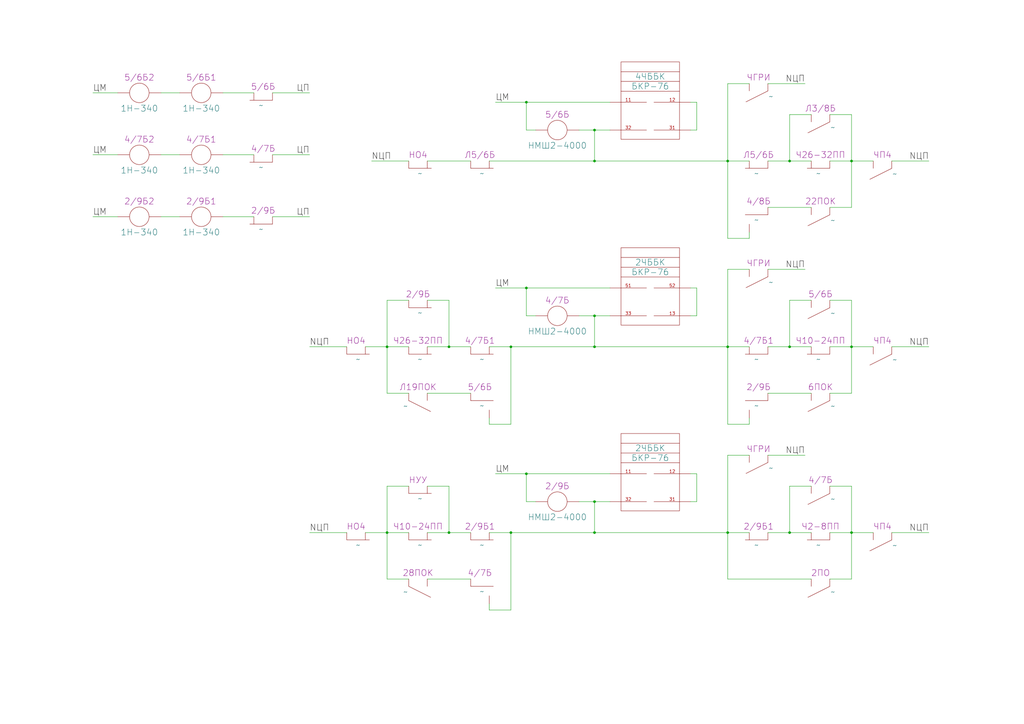
<source format=kicad_sch>
(kicad_sch (version 20250114) (generator "eeschema") (generator_version "9.0")
  (paper "A3")
  (title_block (title "Станция А") (company "МКТ РУТ (МИИТ)") (comment 1 "КП 27.02.03.03.000 ГЧ") (comment 2 "Сафранович") (comment 3 "Бузунова"))
  (lib_symbols
    (symbol "Blocks:ББК" (pin_names (offset 0) (hide yes))
      (property "Reference" "ЧББК" (at 0 10.51 0))
      (property "Value" "БКР-76" (at 0 6.51 0))
      (symbol "ББК_1_1"
        (pin bidirectional line (at -16.51 0 0) (length 15) (name "") (number "11"))
        (pin bidirectional line (at -16.51 -11.43 0) (length 15) (name "") (number "32"))
        (pin bidirectional line (at 16.51 0 180) (length 15) (name "") (number "12"))
        (pin bidirectional line (at 16.51 -11.43 180) (length 15) (name "") (number "31"))
      )
    )
    (symbol "SCB_Legacy:Контакт_нейтрального_якоря_НЗ_бн" (pin_numbers (hide yes)) (pin_names (hide yes))
      (property "Обозначение реле" "Н" (at 0 2.54 0))
      (symbol "Контакт_нейтрального_якоря_НЗ_бн_0_1"
        (pin bidirectional line (at -3.81 0 270) (length 3) (name "") (number "1"))
      )
      (symbol "Контакт_нейтрального_якоря_НЗ_бн_1_1"
        (unit_name "Фронтовой-Тыловой")
        (pin bidirectional line (at 3.81 0 270) (length 3) (name "") (number "2"))
        (pin bidirectional line (at 3.81 -10.16 90) (length 3.3) (name "") (number "3"))
      )
      (symbol "Контакт_нейтрального_якоря_НЗ_бн_2_1"
        (unit_name "Тыловой")
        (pin bidirectional line (at 3.81 -10.16 90) (length 3.3) (name "") (number "3"))
      )
      (symbol "Контакт_нейтрального_якоря_НЗ_бн_3_1"
        (unit_name "Фронтовой")
        (pin bidirectional line (at 3.81 0 270) (length 3) (name "") (number "2"))
      )
      (symbol "Контакт_нейтрального_якоря_НЗ_бн_4_1"
        (unit_name "Усиленный перелючающий")
        (pin bidirectional line (at -3.81 0 270) (length 3) (name "") (number "1"))
        (pin bidirectional line (at 8.89 0 180) (length 2) (name "") (number "2"))
        (pin bidirectional line (at 8.89 -10.16 180) (length 2) (name "") (number "3"))
      )
      (symbol "Контакт_нейтрального_якоря_НЗ_бн_5_1"
        (unit_name "Усиленный замыкающий")
        (pin bidirectional line (at 8.89 0 180) (length 2) (name "") (number "2"))
      )
      (symbol "Контакт_нейтрального_якоря_НЗ_бн_6_1"
        (unit_name "Усиленный размыкающий")
        (pin bidirectional line (at 8.89 -10.16 180) (length 2) (name "") (number "3"))
      )
      (symbol "Контакт_нейтрального_якоря_НЗ_бн_7_1"
        (unit_name "С магнитным гашением")
        (pin bidirectional line (at 3.81 -10.16 90) (length 3.3) (name "") (number "3"))
        (pin bidirectional line (at 12.7 0 180) (length 2) (name "") (number "2"))
      )
      (symbol "Контакт_нейтрального_якоря_НЗ_бн_8_1"
        (unit_name "С безобрывным переключением")
        (pin bidirectional line (at 3.81 0 270) (length 3) (name "") (number "2"))
        (pin bidirectional line (at 3.81 -10.16 90) (length 3.3) (name "") (number "3"))
      )
    )
    (symbol "SCB_Legacy:Контакт_нейтрального_якоря_бн" (pin_numbers (hide yes)) (pin_names (hide yes))
      (property "Обозначение реле" "Н" (at 0 2.54 0))
      (symbol "Контакт_нейтрального_якоря_бн_0_1"
        (pin bidirectional line (at -3.81 0 270) (length 3) (name "") (number "1"))
      )
      (symbol "Контакт_нейтрального_якоря_бн_1_1"
        (unit_name "Фронтовой-Тыловой")
        (pin bidirectional line (at 3.81 0 270) (length 3) (name "") (number "2"))
        (pin bidirectional line (at 3.81 -10.16 90) (length 3.3) (name "") (number "3"))
      )
      (symbol "Контакт_нейтрального_якоря_бн_2_1"
        (unit_name "Тыловой")
        (pin bidirectional line (at 3.81 -10.16 90) (length 3.3) (name "") (number "3"))
      )
      (symbol "Контакт_нейтрального_якоря_бн_3_1"
        (unit_name "Фронтовой")
        (pin bidirectional line (at 3.81 0 270) (length 3) (name "") (number "2"))
      )
      (symbol "Контакт_нейтрального_якоря_бн_4_1"
        (unit_name "Усиленный перелючающий")
        (pin bidirectional line (at -3.81 0 270) (length 3) (name "") (number "1"))
        (pin bidirectional line (at 8.89 0 180) (length 2) (name "") (number "2"))
        (pin bidirectional line (at 8.89 -10.16 180) (length 2) (name "") (number "3"))
      )
      (symbol "Контакт_нейтрального_якоря_бн_5_1"
        (unit_name "Усиленный замыкающий")
        (pin bidirectional line (at 8.89 0 180) (length 2) (name "") (number "2"))
      )
      (symbol "Контакт_нейтрального_якоря_бн_6_1"
        (unit_name "Усиленный размыкающий")
        (pin bidirectional line (at 8.89 -10.16 180) (length 2) (name "") (number "3"))
      )
      (symbol "Контакт_нейтрального_якоря_бн_7_1"
        (unit_name "С магнитным гашением")
        (pin bidirectional line (at 3.81 -10.16 90) (length 3.3) (name "") (number "3"))
        (pin bidirectional line (at 12.7 0 180) (length 2) (name "") (number "2"))
      )
      (symbol "Контакт_нейтрального_якоря_бн_8_1"
        (unit_name "С безобрывным переключением")
        (pin bidirectional line (at 3.81 0 270) (length 3) (name "") (number "2"))
        (pin bidirectional line (at 3.81 -10.16 90) (length 3.3) (name "") (number "3"))
      )
      (symbol "Контакт_нейтрального_якоря_бн_9_1"
        (unit_name "Фронтовой-тыловой термолемента")
        (pin bidirectional line (at 3.81 0 270) (length 3) (name "") (number "2"))
        (pin bidirectional line (at 3.81 -10.16 90) (length 3.3) (name "") (number "3"))
      )
      (symbol "Контакт_нейтрального_якоря_бн_10_1"
        (unit_name "Тыловой термолемента")
        (pin bidirectional line (at 3.81 -10.16 90) (length 3.3) (name "") (number "3"))
      )
      (symbol "Контакт_нейтрального_якоря_бн_11_1"
        (unit_name "Фронтовой термолемента")
        (pin bidirectional line (at 3.81 0 270) (length 3) (name "") (number "2"))
      )
    )
    (symbol "SCB_Relay:Нейтральное" (pin_numbers (hide yes)) (pin_names (offset 0.002) (hide yes))
      (property "Value" "НМШ" (at 0 -6.35 0))
      (property "Обозначение реле" "Н" (at 0 6.35 0))
      (symbol "Нейтральное_1_1"
        (unit_name "Общее")
        (pin power_in line (at -8.89 0 0) (length 4.8) (name "") (number "1"))
        (pin power_in line (at 8.89 0 180) (length 4.8) (name "") (number "4"))
      )
      (symbol "Нейтральное_2_1"
        (unit_name "С раздельными")
        (pin power_in line (at -8.89 0 0) (length 4.8) (name "") (number "1"))
        (pin power_in line (at -8.89 -1.905 0) (length 5.3) (name "") (number "2"))
        (pin power_in line (at 8.89 0 180) (length 4.8) (name "") (number "3"))
        (pin power_in line (at 8.89 -1.905 180) (length 5.3) (name "") (number "4"))
      )
    )
    (symbol "ББК_1" (pin_names (offset 0) (hide yes))
      (property "Reference" "ЧББК11" (at 0 10.51 0))
      (property "Value" "БКР-76" (at 0 6.51 0))
      (symbol "ББК_1_1_1"
        (pin bidirectional line (at -16.51 0 0) (length 15) (name "") (number "51"))
        (pin bidirectional line (at -16.51 -11.43 0) (length 15) (name "") (number "33"))
        (pin bidirectional line (at 16.51 0 180) (length 15) (name "") (number "52"))
        (pin bidirectional line (at 16.51 -11.43 180) (length 15) (name "") (number "13"))
      )
    )
    (symbol "Контакт_нейтрального_якоря_НЗ_бн_1" (pin_numbers (hide yes)) (pin_names (hide yes))
      (property "Обозначение реле" "Н" (at 0 2.54 0))
      (symbol "Контакт_нейтрального_якоря_НЗ_бн_1_0_1"
        (pin bidirectional line (at -3.81 0 270) (length 3) (name "") (number "1"))
      )
      (symbol "Контакт_нейтрального_якоря_НЗ_бн_1_1_1"
        (unit_name "Фронтовой-Тыловой")
        (pin bidirectional line (at 3.81 0 270) (length 3) (name "") (number "2"))
        (pin bidirectional line (at 3.81 -10.16 90) (length 3.3) (name "") (number "3"))
      )
      (symbol "Контакт_нейтрального_якоря_НЗ_бн_1_2_1"
        (unit_name "Тыловой")
        (pin bidirectional line (at 3.81 -10.16 90) (length 3.3) (name "") (number "3"))
      )
      (symbol "Контакт_нейтрального_якоря_НЗ_бн_1_3_1"
        (unit_name "Фронтовой")
        (pin bidirectional line (at 3.81 0 270) (length 3) (name "") (number "2"))
      )
      (symbol "Контакт_нейтрального_якоря_НЗ_бн_1_4_1"
        (unit_name "Усиленный перелючающий")
        (pin bidirectional line (at -3.81 0 270) (length 3) (name "") (number "1"))
        (pin bidirectional line (at 8.89 0 180) (length 2) (name "") (number "2"))
        (pin bidirectional line (at 8.89 -10.16 180) (length 2) (name "") (number "3"))
      )
      (symbol "Контакт_нейтрального_якоря_НЗ_бн_1_5_1"
        (unit_name "Усиленный замыкающий")
        (pin bidirectional line (at 8.89 0 180) (length 2) (name "") (number "2"))
      )
      (symbol "Контакт_нейтрального_якоря_НЗ_бн_1_6_1"
        (unit_name "Усиленный размыкающий")
        (pin bidirectional line (at 8.89 -10.16 180) (length 2) (name "") (number "3"))
      )
      (symbol "Контакт_нейтрального_якоря_НЗ_бн_1_7_1"
        (unit_name "С магнитным гашением")
        (pin bidirectional line (at 3.81 -10.16 90) (length 3.3) (name "") (number "3"))
        (pin bidirectional line (at 12.7 0 180) (length 2) (name "") (number "2"))
      )
      (symbol "Контакт_нейтрального_якоря_НЗ_бн_1_8_1"
        (unit_name "С безобрывным переключением")
        (pin bidirectional line (at 3.81 0 270) (length 3) (name "") (number "2"))
        (pin bidirectional line (at 3.81 -10.16 90) (length 3.3) (name "") (number "3"))
      )
    )
    (symbol "Контакт_нейтрального_якоря_НЗ_бн_10" (pin_numbers (hide yes)) (pin_names (hide yes))
      (property "Обозначение реле" "Н" (at 0 2.54 0))
      (symbol "Контакт_нейтрального_якоря_НЗ_бн_10_0_1"
        (pin bidirectional line (at -3.81 0 270) (length 3) (name "") (number "1"))
      )
      (symbol "Контакт_нейтрального_якоря_НЗ_бн_10_1_1"
        (unit_name "Фронтовой-Тыловой")
        (pin bidirectional line (at 3.81 0 270) (length 3) (name "") (number "2"))
        (pin bidirectional line (at 3.81 -10.16 90) (length 3.3) (name "") (number "3"))
      )
      (symbol "Контакт_нейтрального_якоря_НЗ_бн_10_2_1"
        (unit_name "Тыловой")
        (pin bidirectional line (at 3.81 -10.16 90) (length 3.3) (name "") (number "3"))
      )
      (symbol "Контакт_нейтрального_якоря_НЗ_бн_10_3_1"
        (unit_name "Фронтовой")
        (pin bidirectional line (at 3.81 0 270) (length 3) (name "") (number "2"))
      )
      (symbol "Контакт_нейтрального_якоря_НЗ_бн_10_4_1"
        (unit_name "Усиленный перелючающий")
        (pin bidirectional line (at -3.81 0 270) (length 3) (name "") (number "1"))
        (pin bidirectional line (at 8.89 0 180) (length 2) (name "") (number "2"))
        (pin bidirectional line (at 8.89 -10.16 180) (length 2) (name "") (number "3"))
      )
      (symbol "Контакт_нейтрального_якоря_НЗ_бн_10_5_1"
        (unit_name "Усиленный замыкающий")
        (pin bidirectional line (at 8.89 0 180) (length 2) (name "") (number "2"))
      )
      (symbol "Контакт_нейтрального_якоря_НЗ_бн_10_6_1"
        (unit_name "Усиленный размыкающий")
        (pin bidirectional line (at 8.89 -10.16 180) (length 2) (name "") (number "3"))
      )
      (symbol "Контакт_нейтрального_якоря_НЗ_бн_10_7_1"
        (unit_name "С магнитным гашением")
        (pin bidirectional line (at 3.81 -10.16 90) (length 3.3) (name "") (number "3"))
        (pin bidirectional line (at 12.7 0 180) (length 2) (name "") (number "2"))
      )
      (symbol "Контакт_нейтрального_якоря_НЗ_бн_10_8_1"
        (unit_name "С безобрывным переключением")
        (pin bidirectional line (at 3.81 0 270) (length 3) (name "") (number "2"))
        (pin bidirectional line (at 3.81 -10.16 90) (length 3.3) (name "") (number "3"))
      )
    )
    (symbol "Контакт_нейтрального_якоря_НЗ_бн_11" (pin_numbers (hide yes)) (pin_names (hide yes))
      (property "Обозначение реле" "Н" (at 0 2.54 0))
      (symbol "Контакт_нейтрального_якоря_НЗ_бн_11_0_1"
        (pin bidirectional line (at -3.81 0 270) (length 3) (name "") (number "1"))
      )
      (symbol "Контакт_нейтрального_якоря_НЗ_бн_11_1_1"
        (unit_name "Фронтовой-Тыловой")
        (pin bidirectional line (at 3.81 0 270) (length 3) (name "") (number "2"))
        (pin bidirectional line (at 3.81 -10.16 90) (length 3.3) (name "") (number "3"))
      )
      (symbol "Контакт_нейтрального_якоря_НЗ_бн_11_2_1"
        (unit_name "Тыловой")
        (pin bidirectional line (at 3.81 -10.16 90) (length 3.3) (name "") (number "3"))
      )
      (symbol "Контакт_нейтрального_якоря_НЗ_бн_11_3_1"
        (unit_name "Фронтовой")
        (pin bidirectional line (at 3.81 0 270) (length 3) (name "") (number "2"))
      )
      (symbol "Контакт_нейтрального_якоря_НЗ_бн_11_4_1"
        (unit_name "Усиленный перелючающий")
        (pin bidirectional line (at -3.81 0 270) (length 3) (name "") (number "1"))
        (pin bidirectional line (at 8.89 0 180) (length 2) (name "") (number "2"))
        (pin bidirectional line (at 8.89 -10.16 180) (length 2) (name "") (number "3"))
      )
      (symbol "Контакт_нейтрального_якоря_НЗ_бн_11_5_1"
        (unit_name "Усиленный замыкающий")
        (pin bidirectional line (at 8.89 0 180) (length 2) (name "") (number "2"))
      )
      (symbol "Контакт_нейтрального_якоря_НЗ_бн_11_6_1"
        (unit_name "Усиленный размыкающий")
        (pin bidirectional line (at 8.89 -10.16 180) (length 2) (name "") (number "3"))
      )
      (symbol "Контакт_нейтрального_якоря_НЗ_бн_11_7_1"
        (unit_name "С магнитным гашением")
        (pin bidirectional line (at 3.81 -10.16 90) (length 3.3) (name "") (number "3"))
        (pin bidirectional line (at 12.7 0 180) (length 2) (name "") (number "2"))
      )
      (symbol "Контакт_нейтрального_якоря_НЗ_бн_11_8_1"
        (unit_name "С безобрывным переключением")
        (pin bidirectional line (at 3.81 0 270) (length 3) (name "") (number "2"))
        (pin bidirectional line (at 3.81 -10.16 90) (length 3.3) (name "") (number "3"))
      )
    )
    (symbol "Контакт_нейтрального_якоря_НЗ_бн_12" (pin_numbers (hide yes)) (pin_names (hide yes))
      (property "Обозначение реле" "Н" (at 0 2.54 0))
      (symbol "Контакт_нейтрального_якоря_НЗ_бн_12_0_1"
        (pin bidirectional line (at -3.81 0 270) (length 3) (name "") (number "1"))
      )
      (symbol "Контакт_нейтрального_якоря_НЗ_бн_12_1_1"
        (unit_name "Фронтовой-Тыловой")
        (pin bidirectional line (at 3.81 0 270) (length 3) (name "") (number "2"))
        (pin bidirectional line (at 3.81 -10.16 90) (length 3.3) (name "") (number "3"))
      )
      (symbol "Контакт_нейтрального_якоря_НЗ_бн_12_2_1"
        (unit_name "Тыловой")
        (pin bidirectional line (at 3.81 -10.16 90) (length 3.3) (name "") (number "3"))
      )
      (symbol "Контакт_нейтрального_якоря_НЗ_бн_12_3_1"
        (unit_name "Фронтовой")
        (pin bidirectional line (at 3.81 0 270) (length 3) (name "") (number "2"))
      )
      (symbol "Контакт_нейтрального_якоря_НЗ_бн_12_4_1"
        (unit_name "Усиленный перелючающий")
        (pin bidirectional line (at -3.81 0 270) (length 3) (name "") (number "1"))
        (pin bidirectional line (at 8.89 0 180) (length 2) (name "") (number "2"))
        (pin bidirectional line (at 8.89 -10.16 180) (length 2) (name "") (number "3"))
      )
      (symbol "Контакт_нейтрального_якоря_НЗ_бн_12_5_1"
        (unit_name "Усиленный замыкающий")
        (pin bidirectional line (at 8.89 0 180) (length 2) (name "") (number "2"))
      )
      (symbol "Контакт_нейтрального_якоря_НЗ_бн_12_6_1"
        (unit_name "Усиленный размыкающий")
        (pin bidirectional line (at 8.89 -10.16 180) (length 2) (name "") (number "3"))
      )
      (symbol "Контакт_нейтрального_якоря_НЗ_бн_12_7_1"
        (unit_name "С магнитным гашением")
        (pin bidirectional line (at 3.81 -10.16 90) (length 3.3) (name "") (number "3"))
        (pin bidirectional line (at 12.7 0 180) (length 2) (name "") (number "2"))
      )
      (symbol "Контакт_нейтрального_якоря_НЗ_бн_12_8_1"
        (unit_name "С безобрывным переключением")
        (pin bidirectional line (at 3.81 0 270) (length 3) (name "") (number "2"))
        (pin bidirectional line (at 3.81 -10.16 90) (length 3.3) (name "") (number "3"))
      )
    )
    (symbol "Контакт_нейтрального_якоря_НЗ_бн_13" (pin_numbers (hide yes)) (pin_names (hide yes))
      (property "Обозначение реле" "Н" (at 0 2.54 0))
      (symbol "Контакт_нейтрального_якоря_НЗ_бн_13_0_1"
        (pin bidirectional line (at -3.81 0 270) (length 3) (name "") (number "1"))
      )
      (symbol "Контакт_нейтрального_якоря_НЗ_бн_13_1_1"
        (unit_name "Фронтовой-Тыловой")
        (pin bidirectional line (at 3.81 0 270) (length 3) (name "") (number "2"))
        (pin bidirectional line (at 3.81 -10.16 90) (length 3.3) (name "") (number "3"))
      )
      (symbol "Контакт_нейтрального_якоря_НЗ_бн_13_2_1"
        (unit_name "Тыловой")
        (pin bidirectional line (at 3.81 -10.16 90) (length 3.3) (name "") (number "3"))
      )
      (symbol "Контакт_нейтрального_якоря_НЗ_бн_13_3_1"
        (unit_name "Фронтовой")
        (pin bidirectional line (at 3.81 0 270) (length 3) (name "") (number "2"))
      )
      (symbol "Контакт_нейтрального_якоря_НЗ_бн_13_4_1"
        (unit_name "Усиленный перелючающий")
        (pin bidirectional line (at -3.81 0 270) (length 3) (name "") (number "1"))
        (pin bidirectional line (at 8.89 0 180) (length 2) (name "") (number "2"))
        (pin bidirectional line (at 8.89 -10.16 180) (length 2) (name "") (number "3"))
      )
      (symbol "Контакт_нейтрального_якоря_НЗ_бн_13_5_1"
        (unit_name "Усиленный замыкающий")
        (pin bidirectional line (at 8.89 0 180) (length 2) (name "") (number "2"))
      )
      (symbol "Контакт_нейтрального_якоря_НЗ_бн_13_6_1"
        (unit_name "Усиленный размыкающий")
        (pin bidirectional line (at 8.89 -10.16 180) (length 2) (name "") (number "3"))
      )
      (symbol "Контакт_нейтрального_якоря_НЗ_бн_13_7_1"
        (unit_name "С магнитным гашением")
        (pin bidirectional line (at 3.81 -10.16 90) (length 3.3) (name "") (number "3"))
        (pin bidirectional line (at 12.7 0 180) (length 2) (name "") (number "2"))
      )
      (symbol "Контакт_нейтрального_якоря_НЗ_бн_13_8_1"
        (unit_name "С безобрывным переключением")
        (pin bidirectional line (at 3.81 0 270) (length 3) (name "") (number "2"))
        (pin bidirectional line (at 3.81 -10.16 90) (length 3.3) (name "") (number "3"))
      )
    )
    (symbol "Контакт_нейтрального_якоря_НЗ_бн_14" (pin_numbers (hide yes)) (pin_names (hide yes))
      (property "Обозначение реле" "Н" (at 0 2.54 0))
      (symbol "Контакт_нейтрального_якоря_НЗ_бн_14_0_1"
        (pin bidirectional line (at -3.81 0 270) (length 3) (name "") (number "1"))
      )
      (symbol "Контакт_нейтрального_якоря_НЗ_бн_14_1_1"
        (unit_name "Фронтовой-Тыловой")
        (pin bidirectional line (at 3.81 0 270) (length 3) (name "") (number "2"))
        (pin bidirectional line (at 3.81 -10.16 90) (length 3.3) (name "") (number "3"))
      )
      (symbol "Контакт_нейтрального_якоря_НЗ_бн_14_2_1"
        (unit_name "Тыловой")
        (pin bidirectional line (at 3.81 -10.16 90) (length 3.3) (name "") (number "3"))
      )
      (symbol "Контакт_нейтрального_якоря_НЗ_бн_14_3_1"
        (unit_name "Фронтовой")
        (pin bidirectional line (at 3.81 0 270) (length 3) (name "") (number "2"))
      )
      (symbol "Контакт_нейтрального_якоря_НЗ_бн_14_4_1"
        (unit_name "Усиленный перелючающий")
        (pin bidirectional line (at -3.81 0 270) (length 3) (name "") (number "1"))
        (pin bidirectional line (at 8.89 0 180) (length 2) (name "") (number "2"))
        (pin bidirectional line (at 8.89 -10.16 180) (length 2) (name "") (number "3"))
      )
      (symbol "Контакт_нейтрального_якоря_НЗ_бн_14_5_1"
        (unit_name "Усиленный замыкающий")
        (pin bidirectional line (at 8.89 0 180) (length 2) (name "") (number "2"))
      )
      (symbol "Контакт_нейтрального_якоря_НЗ_бн_14_6_1"
        (unit_name "Усиленный размыкающий")
        (pin bidirectional line (at 8.89 -10.16 180) (length 2) (name "") (number "3"))
      )
      (symbol "Контакт_нейтрального_якоря_НЗ_бн_14_7_1"
        (unit_name "С магнитным гашением")
        (pin bidirectional line (at 3.81 -10.16 90) (length 3.3) (name "") (number "3"))
        (pin bidirectional line (at 12.7 0 180) (length 2) (name "") (number "2"))
      )
      (symbol "Контакт_нейтрального_якоря_НЗ_бн_14_8_1"
        (unit_name "С безобрывным переключением")
        (pin bidirectional line (at 3.81 0 270) (length 3) (name "") (number "2"))
        (pin bidirectional line (at 3.81 -10.16 90) (length 3.3) (name "") (number "3"))
      )
    )
    (symbol "Контакт_нейтрального_якоря_НЗ_бн_15" (pin_numbers (hide yes)) (pin_names (hide yes))
      (property "Обозначение реле" "Н" (at 0 2.54 0))
      (symbol "Контакт_нейтрального_якоря_НЗ_бн_15_0_1"
        (pin bidirectional line (at -3.81 0 270) (length 3) (name "") (number "1"))
      )
      (symbol "Контакт_нейтрального_якоря_НЗ_бн_15_1_1"
        (unit_name "Фронтовой-Тыловой")
        (pin bidirectional line (at 3.81 0 270) (length 3) (name "") (number "2"))
        (pin bidirectional line (at 3.81 -10.16 90) (length 3.3) (name "") (number "3"))
      )
      (symbol "Контакт_нейтрального_якоря_НЗ_бн_15_2_1"
        (unit_name "Тыловой")
        (pin bidirectional line (at 3.81 -10.16 90) (length 3.3) (name "") (number "3"))
      )
      (symbol "Контакт_нейтрального_якоря_НЗ_бн_15_3_1"
        (unit_name "Фронтовой")
        (pin bidirectional line (at 3.81 0 270) (length 3) (name "") (number "2"))
      )
      (symbol "Контакт_нейтрального_якоря_НЗ_бн_15_4_1"
        (unit_name "Усиленный перелючающий")
        (pin bidirectional line (at -3.81 0 270) (length 3) (name "") (number "1"))
        (pin bidirectional line (at 8.89 0 180) (length 2) (name "") (number "2"))
        (pin bidirectional line (at 8.89 -10.16 180) (length 2) (name "") (number "3"))
      )
      (symbol "Контакт_нейтрального_якоря_НЗ_бн_15_5_1"
        (unit_name "Усиленный замыкающий")
        (pin bidirectional line (at 8.89 0 180) (length 2) (name "") (number "2"))
      )
      (symbol "Контакт_нейтрального_якоря_НЗ_бн_15_6_1"
        (unit_name "Усиленный размыкающий")
        (pin bidirectional line (at 8.89 -10.16 180) (length 2) (name "") (number "3"))
      )
      (symbol "Контакт_нейтрального_якоря_НЗ_бн_15_7_1"
        (unit_name "С магнитным гашением")
        (pin bidirectional line (at 3.81 -10.16 90) (length 3.3) (name "") (number "3"))
        (pin bidirectional line (at 12.7 0 180) (length 2) (name "") (number "2"))
      )
      (symbol "Контакт_нейтрального_якоря_НЗ_бн_15_8_1"
        (unit_name "С безобрывным переключением")
        (pin bidirectional line (at 3.81 0 270) (length 3) (name "") (number "2"))
        (pin bidirectional line (at 3.81 -10.16 90) (length 3.3) (name "") (number "3"))
      )
    )
    (symbol "Контакт_нейтрального_якоря_НЗ_бн_16" (pin_numbers (hide yes)) (pin_names (hide yes))
      (property "Обозначение реле" "Н" (at 0 2.54 0))
      (symbol "Контакт_нейтрального_якоря_НЗ_бн_16_0_1"
        (pin bidirectional line (at -3.81 0 270) (length 3) (name "") (number "1"))
      )
      (symbol "Контакт_нейтрального_якоря_НЗ_бн_16_1_1"
        (unit_name "Фронтовой-Тыловой")
        (pin bidirectional line (at 3.81 0 270) (length 3) (name "") (number "2"))
        (pin bidirectional line (at 3.81 -10.16 90) (length 3.3) (name "") (number "3"))
      )
      (symbol "Контакт_нейтрального_якоря_НЗ_бн_16_2_1"
        (unit_name "Тыловой")
        (pin bidirectional line (at 3.81 -10.16 90) (length 3.3) (name "") (number "3"))
      )
      (symbol "Контакт_нейтрального_якоря_НЗ_бн_16_3_1"
        (unit_name "Фронтовой")
        (pin bidirectional line (at 3.81 0 270) (length 3) (name "") (number "2"))
      )
      (symbol "Контакт_нейтрального_якоря_НЗ_бн_16_4_1"
        (unit_name "Усиленный перелючающий")
        (pin bidirectional line (at -3.81 0 270) (length 3) (name "") (number "1"))
        (pin bidirectional line (at 8.89 0 180) (length 2) (name "") (number "2"))
        (pin bidirectional line (at 8.89 -10.16 180) (length 2) (name "") (number "3"))
      )
      (symbol "Контакт_нейтрального_якоря_НЗ_бн_16_5_1"
        (unit_name "Усиленный замыкающий")
        (pin bidirectional line (at 8.89 0 180) (length 2) (name "") (number "2"))
      )
      (symbol "Контакт_нейтрального_якоря_НЗ_бн_16_6_1"
        (unit_name "Усиленный размыкающий")
        (pin bidirectional line (at 8.89 -10.16 180) (length 2) (name "") (number "3"))
      )
      (symbol "Контакт_нейтрального_якоря_НЗ_бн_16_7_1"
        (unit_name "С магнитным гашением")
        (pin bidirectional line (at 3.81 -10.16 90) (length 3.3) (name "") (number "3"))
        (pin bidirectional line (at 12.7 0 180) (length 2) (name "") (number "2"))
      )
      (symbol "Контакт_нейтрального_якоря_НЗ_бн_16_8_1"
        (unit_name "С безобрывным переключением")
        (pin bidirectional line (at 3.81 0 270) (length 3) (name "") (number "2"))
        (pin bidirectional line (at 3.81 -10.16 90) (length 3.3) (name "") (number "3"))
      )
    )
    (symbol "Контакт_нейтрального_якоря_НЗ_бн_17" (pin_numbers (hide yes)) (pin_names (hide yes))
      (property "Обозначение реле" "Н" (at 0 2.54 0))
      (symbol "Контакт_нейтрального_якоря_НЗ_бн_17_0_1"
        (pin bidirectional line (at -3.81 0 270) (length 3) (name "") (number "1"))
      )
      (symbol "Контакт_нейтрального_якоря_НЗ_бн_17_1_1"
        (unit_name "Фронтовой-Тыловой")
        (pin bidirectional line (at 3.81 0 270) (length 3) (name "") (number "2"))
        (pin bidirectional line (at 3.81 -10.16 90) (length 3.3) (name "") (number "3"))
      )
      (symbol "Контакт_нейтрального_якоря_НЗ_бн_17_2_1"
        (unit_name "Тыловой")
        (pin bidirectional line (at 3.81 -10.16 90) (length 3.3) (name "") (number "3"))
      )
      (symbol "Контакт_нейтрального_якоря_НЗ_бн_17_3_1"
        (unit_name "Фронтовой")
        (pin bidirectional line (at 3.81 0 270) (length 3) (name "") (number "2"))
      )
      (symbol "Контакт_нейтрального_якоря_НЗ_бн_17_4_1"
        (unit_name "Усиленный перелючающий")
        (pin bidirectional line (at -3.81 0 270) (length 3) (name "") (number "1"))
        (pin bidirectional line (at 8.89 0 180) (length 2) (name "") (number "2"))
        (pin bidirectional line (at 8.89 -10.16 180) (length 2) (name "") (number "3"))
      )
      (symbol "Контакт_нейтрального_якоря_НЗ_бн_17_5_1"
        (unit_name "Усиленный замыкающий")
        (pin bidirectional line (at 8.89 0 180) (length 2) (name "") (number "2"))
      )
      (symbol "Контакт_нейтрального_якоря_НЗ_бн_17_6_1"
        (unit_name "Усиленный размыкающий")
        (pin bidirectional line (at 8.89 -10.16 180) (length 2) (name "") (number "3"))
      )
      (symbol "Контакт_нейтрального_якоря_НЗ_бн_17_7_1"
        (unit_name "С магнитным гашением")
        (pin bidirectional line (at 3.81 -10.16 90) (length 3.3) (name "") (number "3"))
        (pin bidirectional line (at 12.7 0 180) (length 2) (name "") (number "2"))
      )
      (symbol "Контакт_нейтрального_якоря_НЗ_бн_17_8_1"
        (unit_name "С безобрывным переключением")
        (pin bidirectional line (at 3.81 0 270) (length 3) (name "") (number "2"))
        (pin bidirectional line (at 3.81 -10.16 90) (length 3.3) (name "") (number "3"))
      )
    )
    (symbol "Контакт_нейтрального_якоря_НЗ_бн_18" (pin_numbers (hide yes)) (pin_names (hide yes))
      (property "Обозначение реле" "Н" (at 0 2.54 0))
      (symbol "Контакт_нейтрального_якоря_НЗ_бн_18_0_1"
        (pin bidirectional line (at -3.81 0 270) (length 3) (name "") (number "1"))
      )
      (symbol "Контакт_нейтрального_якоря_НЗ_бн_18_1_1"
        (unit_name "Фронтовой-Тыловой")
        (pin bidirectional line (at 3.81 0 270) (length 3) (name "") (number "2"))
        (pin bidirectional line (at 3.81 -10.16 90) (length 3.3) (name "") (number "3"))
      )
      (symbol "Контакт_нейтрального_якоря_НЗ_бн_18_2_1"
        (unit_name "Тыловой")
        (pin bidirectional line (at 3.81 -10.16 90) (length 3.3) (name "") (number "3"))
      )
      (symbol "Контакт_нейтрального_якоря_НЗ_бн_18_3_1"
        (unit_name "Фронтовой")
        (pin bidirectional line (at 3.81 0 270) (length 3) (name "") (number "2"))
      )
      (symbol "Контакт_нейтрального_якоря_НЗ_бн_18_4_1"
        (unit_name "Усиленный перелючающий")
        (pin bidirectional line (at -3.81 0 270) (length 3) (name "") (number "1"))
        (pin bidirectional line (at 8.89 0 180) (length 2) (name "") (number "2"))
        (pin bidirectional line (at 8.89 -10.16 180) (length 2) (name "") (number "3"))
      )
      (symbol "Контакт_нейтрального_якоря_НЗ_бн_18_5_1"
        (unit_name "Усиленный замыкающий")
        (pin bidirectional line (at 8.89 0 180) (length 2) (name "") (number "2"))
      )
      (symbol "Контакт_нейтрального_якоря_НЗ_бн_18_6_1"
        (unit_name "Усиленный размыкающий")
        (pin bidirectional line (at 8.89 -10.16 180) (length 2) (name "") (number "3"))
      )
      (symbol "Контакт_нейтрального_якоря_НЗ_бн_18_7_1"
        (unit_name "С магнитным гашением")
        (pin bidirectional line (at 3.81 -10.16 90) (length 3.3) (name "") (number "3"))
        (pin bidirectional line (at 12.7 0 180) (length 2) (name "") (number "2"))
      )
      (symbol "Контакт_нейтрального_якоря_НЗ_бн_18_8_1"
        (unit_name "С безобрывным переключением")
        (pin bidirectional line (at 3.81 0 270) (length 3) (name "") (number "2"))
        (pin bidirectional line (at 3.81 -10.16 90) (length 3.3) (name "") (number "3"))
      )
    )
    (symbol "Контакт_нейтрального_якоря_НЗ_бн_19" (pin_numbers (hide yes)) (pin_names (hide yes))
      (property "Обозначение реле" "Н" (at 0 2.54 0))
      (symbol "Контакт_нейтрального_якоря_НЗ_бн_19_0_1"
        (pin bidirectional line (at -3.81 0 270) (length 3) (name "") (number "1"))
      )
      (symbol "Контакт_нейтрального_якоря_НЗ_бн_19_1_1"
        (unit_name "Фронтовой-Тыловой")
        (pin bidirectional line (at 3.81 0 270) (length 3) (name "") (number "2"))
        (pin bidirectional line (at 3.81 -10.16 90) (length 3.3) (name "") (number "3"))
      )
      (symbol "Контакт_нейтрального_якоря_НЗ_бн_19_2_1"
        (unit_name "Тыловой")
        (pin bidirectional line (at 3.81 -10.16 90) (length 3.3) (name "") (number "3"))
      )
      (symbol "Контакт_нейтрального_якоря_НЗ_бн_19_3_1"
        (unit_name "Фронтовой")
        (pin bidirectional line (at 3.81 0 270) (length 3) (name "") (number "2"))
      )
      (symbol "Контакт_нейтрального_якоря_НЗ_бн_19_4_1"
        (unit_name "Усиленный перелючающий")
        (pin bidirectional line (at -3.81 0 270) (length 3) (name "") (number "1"))
        (pin bidirectional line (at 8.89 0 180) (length 2) (name "") (number "2"))
        (pin bidirectional line (at 8.89 -10.16 180) (length 2) (name "") (number "3"))
      )
      (symbol "Контакт_нейтрального_якоря_НЗ_бн_19_5_1"
        (unit_name "Усиленный замыкающий")
        (pin bidirectional line (at 8.89 0 180) (length 2) (name "") (number "2"))
      )
      (symbol "Контакт_нейтрального_якоря_НЗ_бн_19_6_1"
        (unit_name "Усиленный размыкающий")
        (pin bidirectional line (at 8.89 -10.16 180) (length 2) (name "") (number "3"))
      )
      (symbol "Контакт_нейтрального_якоря_НЗ_бн_19_7_1"
        (unit_name "С магнитным гашением")
        (pin bidirectional line (at 3.81 -10.16 90) (length 3.3) (name "") (number "3"))
        (pin bidirectional line (at 12.7 0 180) (length 2) (name "") (number "2"))
      )
      (symbol "Контакт_нейтрального_якоря_НЗ_бн_19_8_1"
        (unit_name "С безобрывным переключением")
        (pin bidirectional line (at 3.81 0 270) (length 3) (name "") (number "2"))
        (pin bidirectional line (at 3.81 -10.16 90) (length 3.3) (name "") (number "3"))
      )
    )
    (symbol "Контакт_нейтрального_якоря_НЗ_бн_2" (pin_numbers (hide yes)) (pin_names (hide yes))
      (property "Обозначение реле" "Н" (at 0 2.54 0))
      (symbol "Контакт_нейтрального_якоря_НЗ_бн_2_0_1"
        (pin bidirectional line (at -3.81 0 270) (length 3) (name "") (number "1"))
      )
      (symbol "Контакт_нейтрального_якоря_НЗ_бн_2_1_1"
        (unit_name "Фронтовой-Тыловой")
        (pin bidirectional line (at 3.81 0 270) (length 3) (name "") (number "2"))
        (pin bidirectional line (at 3.81 -10.16 90) (length 3.3) (name "") (number "3"))
      )
      (symbol "Контакт_нейтрального_якоря_НЗ_бн_2_2_1"
        (unit_name "Тыловой")
        (pin bidirectional line (at 3.81 -10.16 90) (length 3.3) (name "") (number "3"))
      )
      (symbol "Контакт_нейтрального_якоря_НЗ_бн_2_3_1"
        (unit_name "Фронтовой")
        (pin bidirectional line (at 3.81 0 270) (length 3) (name "") (number "2"))
      )
      (symbol "Контакт_нейтрального_якоря_НЗ_бн_2_4_1"
        (unit_name "Усиленный перелючающий")
        (pin bidirectional line (at -3.81 0 270) (length 3) (name "") (number "1"))
        (pin bidirectional line (at 8.89 0 180) (length 2) (name "") (number "2"))
        (pin bidirectional line (at 8.89 -10.16 180) (length 2) (name "") (number "3"))
      )
      (symbol "Контакт_нейтрального_якоря_НЗ_бн_2_5_1"
        (unit_name "Усиленный замыкающий")
        (pin bidirectional line (at 8.89 0 180) (length 2) (name "") (number "2"))
      )
      (symbol "Контакт_нейтрального_якоря_НЗ_бн_2_6_1"
        (unit_name "Усиленный размыкающий")
        (pin bidirectional line (at 8.89 -10.16 180) (length 2) (name "") (number "3"))
      )
      (symbol "Контакт_нейтрального_якоря_НЗ_бн_2_7_1"
        (unit_name "С магнитным гашением")
        (pin bidirectional line (at 3.81 -10.16 90) (length 3.3) (name "") (number "3"))
        (pin bidirectional line (at 12.7 0 180) (length 2) (name "") (number "2"))
      )
      (symbol "Контакт_нейтрального_якоря_НЗ_бн_2_8_1"
        (unit_name "С безобрывным переключением")
        (pin bidirectional line (at 3.81 0 270) (length 3) (name "") (number "2"))
        (pin bidirectional line (at 3.81 -10.16 90) (length 3.3) (name "") (number "3"))
      )
    )
    (symbol "Контакт_нейтрального_якоря_НЗ_бн_20" (pin_numbers (hide yes)) (pin_names (hide yes))
      (property "Обозначение реле" "Н" (at 0 2.54 0))
      (symbol "Контакт_нейтрального_якоря_НЗ_бн_20_0_1"
        (pin bidirectional line (at -3.81 0 270) (length 3) (name "") (number "1"))
      )
      (symbol "Контакт_нейтрального_якоря_НЗ_бн_20_1_1"
        (unit_name "Фронтовой-Тыловой")
        (pin bidirectional line (at 3.81 0 270) (length 3) (name "") (number "2"))
        (pin bidirectional line (at 3.81 -10.16 90) (length 3.3) (name "") (number "3"))
      )
      (symbol "Контакт_нейтрального_якоря_НЗ_бн_20_2_1"
        (unit_name "Тыловой")
        (pin bidirectional line (at 3.81 -10.16 90) (length 3.3) (name "") (number "3"))
      )
      (symbol "Контакт_нейтрального_якоря_НЗ_бн_20_3_1"
        (unit_name "Фронтовой")
        (pin bidirectional line (at 3.81 0 270) (length 3) (name "") (number "2"))
      )
      (symbol "Контакт_нейтрального_якоря_НЗ_бн_20_4_1"
        (unit_name "Усиленный перелючающий")
        (pin bidirectional line (at -3.81 0 270) (length 3) (name "") (number "1"))
        (pin bidirectional line (at 8.89 0 180) (length 2) (name "") (number "2"))
        (pin bidirectional line (at 8.89 -10.16 180) (length 2) (name "") (number "3"))
      )
      (symbol "Контакт_нейтрального_якоря_НЗ_бн_20_5_1"
        (unit_name "Усиленный замыкающий")
        (pin bidirectional line (at 8.89 0 180) (length 2) (name "") (number "2"))
      )
      (symbol "Контакт_нейтрального_якоря_НЗ_бн_20_6_1"
        (unit_name "Усиленный размыкающий")
        (pin bidirectional line (at 8.89 -10.16 180) (length 2) (name "") (number "3"))
      )
      (symbol "Контакт_нейтрального_якоря_НЗ_бн_20_7_1"
        (unit_name "С магнитным гашением")
        (pin bidirectional line (at 3.81 -10.16 90) (length 3.3) (name "") (number "3"))
        (pin bidirectional line (at 12.7 0 180) (length 2) (name "") (number "2"))
      )
      (symbol "Контакт_нейтрального_якоря_НЗ_бн_20_8_1"
        (unit_name "С безобрывным переключением")
        (pin bidirectional line (at 3.81 0 270) (length 3) (name "") (number "2"))
        (pin bidirectional line (at 3.81 -10.16 90) (length 3.3) (name "") (number "3"))
      )
    )
    (symbol "Контакт_нейтрального_якоря_НЗ_бн_21" (pin_numbers (hide yes)) (pin_names (hide yes))
      (property "Обозначение реле" "Н" (at 0 2.54 0))
      (symbol "Контакт_нейтрального_якоря_НЗ_бн_21_0_1"
        (pin bidirectional line (at -3.81 0 270) (length 3) (name "") (number "1"))
      )
      (symbol "Контакт_нейтрального_якоря_НЗ_бн_21_1_1"
        (unit_name "Фронтовой-Тыловой")
        (pin bidirectional line (at 3.81 0 270) (length 3) (name "") (number "2"))
        (pin bidirectional line (at 3.81 -10.16 90) (length 3.3) (name "") (number "3"))
      )
      (symbol "Контакт_нейтрального_якоря_НЗ_бн_21_2_1"
        (unit_name "Тыловой")
        (pin bidirectional line (at 3.81 -10.16 90) (length 3.3) (name "") (number "3"))
      )
      (symbol "Контакт_нейтрального_якоря_НЗ_бн_21_3_1"
        (unit_name "Фронтовой")
        (pin bidirectional line (at 3.81 0 270) (length 3) (name "") (number "2"))
      )
      (symbol "Контакт_нейтрального_якоря_НЗ_бн_21_4_1"
        (unit_name "Усиленный перелючающий")
        (pin bidirectional line (at -3.81 0 270) (length 3) (name "") (number "1"))
        (pin bidirectional line (at 8.89 0 180) (length 2) (name "") (number "2"))
        (pin bidirectional line (at 8.89 -10.16 180) (length 2) (name "") (number "3"))
      )
      (symbol "Контакт_нейтрального_якоря_НЗ_бн_21_5_1"
        (unit_name "Усиленный замыкающий")
        (pin bidirectional line (at 8.89 0 180) (length 2) (name "") (number "2"))
      )
      (symbol "Контакт_нейтрального_якоря_НЗ_бн_21_6_1"
        (unit_name "Усиленный размыкающий")
        (pin bidirectional line (at 8.89 -10.16 180) (length 2) (name "") (number "3"))
      )
      (symbol "Контакт_нейтрального_якоря_НЗ_бн_21_7_1"
        (unit_name "С магнитным гашением")
        (pin bidirectional line (at 3.81 -10.16 90) (length 3.3) (name "") (number "3"))
        (pin bidirectional line (at 12.7 0 180) (length 2) (name "") (number "2"))
      )
      (symbol "Контакт_нейтрального_якоря_НЗ_бн_21_8_1"
        (unit_name "С безобрывным переключением")
        (pin bidirectional line (at 3.81 0 270) (length 3) (name "") (number "2"))
        (pin bidirectional line (at 3.81 -10.16 90) (length 3.3) (name "") (number "3"))
      )
    )
    (symbol "Контакт_нейтрального_якоря_НЗ_бн_22" (pin_numbers (hide yes)) (pin_names (hide yes))
      (property "Обозначение реле" "Н" (at 0 2.54 0))
      (symbol "Контакт_нейтрального_якоря_НЗ_бн_22_0_1"
        (pin bidirectional line (at -3.81 0 270) (length 3) (name "") (number "1"))
      )
      (symbol "Контакт_нейтрального_якоря_НЗ_бн_22_1_1"
        (unit_name "Фронтовой-Тыловой")
        (pin bidirectional line (at 3.81 0 270) (length 3) (name "") (number "2"))
        (pin bidirectional line (at 3.81 -10.16 90) (length 3.3) (name "") (number "3"))
      )
      (symbol "Контакт_нейтрального_якоря_НЗ_бн_22_2_1"
        (unit_name "Тыловой")
        (pin bidirectional line (at 3.81 -10.16 90) (length 3.3) (name "") (number "3"))
      )
      (symbol "Контакт_нейтрального_якоря_НЗ_бн_22_3_1"
        (unit_name "Фронтовой")
        (pin bidirectional line (at 3.81 0 270) (length 3) (name "") (number "2"))
      )
      (symbol "Контакт_нейтрального_якоря_НЗ_бн_22_4_1"
        (unit_name "Усиленный перелючающий")
        (pin bidirectional line (at -3.81 0 270) (length 3) (name "") (number "1"))
        (pin bidirectional line (at 8.89 0 180) (length 2) (name "") (number "2"))
        (pin bidirectional line (at 8.89 -10.16 180) (length 2) (name "") (number "3"))
      )
      (symbol "Контакт_нейтрального_якоря_НЗ_бн_22_5_1"
        (unit_name "Усиленный замыкающий")
        (pin bidirectional line (at 8.89 0 180) (length 2) (name "") (number "2"))
      )
      (symbol "Контакт_нейтрального_якоря_НЗ_бн_22_6_1"
        (unit_name "Усиленный размыкающий")
        (pin bidirectional line (at 8.89 -10.16 180) (length 2) (name "") (number "3"))
      )
      (symbol "Контакт_нейтрального_якоря_НЗ_бн_22_7_1"
        (unit_name "С магнитным гашением")
        (pin bidirectional line (at 3.81 -10.16 90) (length 3.3) (name "") (number "3"))
        (pin bidirectional line (at 12.7 0 180) (length 2) (name "") (number "2"))
      )
      (symbol "Контакт_нейтрального_якоря_НЗ_бн_22_8_1"
        (unit_name "С безобрывным переключением")
        (pin bidirectional line (at 3.81 0 270) (length 3) (name "") (number "2"))
        (pin bidirectional line (at 3.81 -10.16 90) (length 3.3) (name "") (number "3"))
      )
    )
    (symbol "Контакт_нейтрального_якоря_НЗ_бн_3" (pin_numbers (hide yes)) (pin_names (hide yes))
      (property "Обозначение реле" "Н" (at 0 2.54 0))
      (symbol "Контакт_нейтрального_якоря_НЗ_бн_3_0_1"
        (pin bidirectional line (at -3.81 0 270) (length 3) (name "") (number "1"))
      )
      (symbol "Контакт_нейтрального_якоря_НЗ_бн_3_1_1"
        (unit_name "Фронтовой-Тыловой")
        (pin bidirectional line (at 3.81 0 270) (length 3) (name "") (number "2"))
        (pin bidirectional line (at 3.81 -10.16 90) (length 3.3) (name "") (number "3"))
      )
      (symbol "Контакт_нейтрального_якоря_НЗ_бн_3_2_1"
        (unit_name "Тыловой")
        (pin bidirectional line (at 3.81 -10.16 90) (length 3.3) (name "") (number "3"))
      )
      (symbol "Контакт_нейтрального_якоря_НЗ_бн_3_3_1"
        (unit_name "Фронтовой")
        (pin bidirectional line (at 3.81 0 270) (length 3) (name "") (number "2"))
      )
      (symbol "Контакт_нейтрального_якоря_НЗ_бн_3_4_1"
        (unit_name "Усиленный перелючающий")
        (pin bidirectional line (at -3.81 0 270) (length 3) (name "") (number "1"))
        (pin bidirectional line (at 8.89 0 180) (length 2) (name "") (number "2"))
        (pin bidirectional line (at 8.89 -10.16 180) (length 2) (name "") (number "3"))
      )
      (symbol "Контакт_нейтрального_якоря_НЗ_бн_3_5_1"
        (unit_name "Усиленный замыкающий")
        (pin bidirectional line (at 8.89 0 180) (length 2) (name "") (number "2"))
      )
      (symbol "Контакт_нейтрального_якоря_НЗ_бн_3_6_1"
        (unit_name "Усиленный размыкающий")
        (pin bidirectional line (at 8.89 -10.16 180) (length 2) (name "") (number "3"))
      )
      (symbol "Контакт_нейтрального_якоря_НЗ_бн_3_7_1"
        (unit_name "С магнитным гашением")
        (pin bidirectional line (at 3.81 -10.16 90) (length 3.3) (name "") (number "3"))
        (pin bidirectional line (at 12.7 0 180) (length 2) (name "") (number "2"))
      )
      (symbol "Контакт_нейтрального_якоря_НЗ_бн_3_8_1"
        (unit_name "С безобрывным переключением")
        (pin bidirectional line (at 3.81 0 270) (length 3) (name "") (number "2"))
        (pin bidirectional line (at 3.81 -10.16 90) (length 3.3) (name "") (number "3"))
      )
    )
    (symbol "Контакт_нейтрального_якоря_НЗ_бн_4" (pin_numbers (hide yes)) (pin_names (hide yes))
      (property "Обозначение реле" "Н" (at 0 2.54 0))
      (symbol "Контакт_нейтрального_якоря_НЗ_бн_4_0_1"
        (pin bidirectional line (at -3.81 0 270) (length 3) (name "") (number "1"))
      )
      (symbol "Контакт_нейтрального_якоря_НЗ_бн_4_1_1"
        (unit_name "Фронтовой-Тыловой")
        (pin bidirectional line (at 3.81 0 270) (length 3) (name "") (number "2"))
        (pin bidirectional line (at 3.81 -10.16 90) (length 3.3) (name "") (number "3"))
      )
      (symbol "Контакт_нейтрального_якоря_НЗ_бн_4_2_1"
        (unit_name "Тыловой")
        (pin bidirectional line (at 3.81 -10.16 90) (length 3.3) (name "") (number "3"))
      )
      (symbol "Контакт_нейтрального_якоря_НЗ_бн_4_3_1"
        (unit_name "Фронтовой")
        (pin bidirectional line (at 3.81 0 270) (length 3) (name "") (number "2"))
      )
      (symbol "Контакт_нейтрального_якоря_НЗ_бн_4_4_1"
        (unit_name "Усиленный перелючающий")
        (pin bidirectional line (at -3.81 0 270) (length 3) (name "") (number "1"))
        (pin bidirectional line (at 8.89 0 180) (length 2) (name "") (number "2"))
        (pin bidirectional line (at 8.89 -10.16 180) (length 2) (name "") (number "3"))
      )
      (symbol "Контакт_нейтрального_якоря_НЗ_бн_4_5_1"
        (unit_name "Усиленный замыкающий")
        (pin bidirectional line (at 8.89 0 180) (length 2) (name "") (number "2"))
      )
      (symbol "Контакт_нейтрального_якоря_НЗ_бн_4_6_1"
        (unit_name "Усиленный размыкающий")
        (pin bidirectional line (at 8.89 -10.16 180) (length 2) (name "") (number "3"))
      )
      (symbol "Контакт_нейтрального_якоря_НЗ_бн_4_7_1"
        (unit_name "С магнитным гашением")
        (pin bidirectional line (at 3.81 -10.16 90) (length 3.3) (name "") (number "3"))
        (pin bidirectional line (at 12.7 0 180) (length 2) (name "") (number "2"))
      )
      (symbol "Контакт_нейтрального_якоря_НЗ_бн_4_8_1"
        (unit_name "С безобрывным переключением")
        (pin bidirectional line (at 3.81 0 270) (length 3) (name "") (number "2"))
        (pin bidirectional line (at 3.81 -10.16 90) (length 3.3) (name "") (number "3"))
      )
    )
    (symbol "Контакт_нейтрального_якоря_НЗ_бн_5" (pin_numbers (hide yes)) (pin_names (hide yes))
      (property "Обозначение реле" "Н" (at 0 2.54 0))
      (symbol "Контакт_нейтрального_якоря_НЗ_бн_5_0_1"
        (pin bidirectional line (at -3.81 0 270) (length 3) (name "") (number "1"))
      )
      (symbol "Контакт_нейтрального_якоря_НЗ_бн_5_1_1"
        (unit_name "Фронтовой-Тыловой")
        (pin bidirectional line (at 3.81 0 270) (length 3) (name "") (number "2"))
        (pin bidirectional line (at 3.81 -10.16 90) (length 3.3) (name "") (number "3"))
      )
      (symbol "Контакт_нейтрального_якоря_НЗ_бн_5_2_1"
        (unit_name "Тыловой")
        (pin bidirectional line (at 3.81 -10.16 90) (length 3.3) (name "") (number "3"))
      )
      (symbol "Контакт_нейтрального_якоря_НЗ_бн_5_3_1"
        (unit_name "Фронтовой")
        (pin bidirectional line (at 3.81 0 270) (length 3) (name "") (number "2"))
      )
      (symbol "Контакт_нейтрального_якоря_НЗ_бн_5_4_1"
        (unit_name "Усиленный перелючающий")
        (pin bidirectional line (at -3.81 0 270) (length 3) (name "") (number "1"))
        (pin bidirectional line (at 8.89 0 180) (length 2) (name "") (number "2"))
        (pin bidirectional line (at 8.89 -10.16 180) (length 2) (name "") (number "3"))
      )
      (symbol "Контакт_нейтрального_якоря_НЗ_бн_5_5_1"
        (unit_name "Усиленный замыкающий")
        (pin bidirectional line (at 8.89 0 180) (length 2) (name "") (number "2"))
      )
      (symbol "Контакт_нейтрального_якоря_НЗ_бн_5_6_1"
        (unit_name "Усиленный размыкающий")
        (pin bidirectional line (at 8.89 -10.16 180) (length 2) (name "") (number "3"))
      )
      (symbol "Контакт_нейтрального_якоря_НЗ_бн_5_7_1"
        (unit_name "С магнитным гашением")
        (pin bidirectional line (at 3.81 -10.16 90) (length 3.3) (name "") (number "3"))
        (pin bidirectional line (at 12.7 0 180) (length 2) (name "") (number "2"))
      )
      (symbol "Контакт_нейтрального_якоря_НЗ_бн_5_8_1"
        (unit_name "С безобрывным переключением")
        (pin bidirectional line (at 3.81 0 270) (length 3) (name "") (number "2"))
        (pin bidirectional line (at 3.81 -10.16 90) (length 3.3) (name "") (number "3"))
      )
    )
    (symbol "Контакт_нейтрального_якоря_НЗ_бн_6" (pin_numbers (hide yes)) (pin_names (hide yes))
      (property "Обозначение реле" "Н" (at 0 2.54 0))
      (symbol "Контакт_нейтрального_якоря_НЗ_бн_6_0_1"
        (pin bidirectional line (at -3.81 0 270) (length 3) (name "") (number "1"))
      )
      (symbol "Контакт_нейтрального_якоря_НЗ_бн_6_1_1"
        (unit_name "Фронтовой-Тыловой")
        (pin bidirectional line (at 3.81 0 270) (length 3) (name "") (number "2"))
        (pin bidirectional line (at 3.81 -10.16 90) (length 3.3) (name "") (number "3"))
      )
      (symbol "Контакт_нейтрального_якоря_НЗ_бн_6_2_1"
        (unit_name "Тыловой")
        (pin bidirectional line (at 3.81 -10.16 90) (length 3.3) (name "") (number "3"))
      )
      (symbol "Контакт_нейтрального_якоря_НЗ_бн_6_3_1"
        (unit_name "Фронтовой")
        (pin bidirectional line (at 3.81 0 270) (length 3) (name "") (number "2"))
      )
      (symbol "Контакт_нейтрального_якоря_НЗ_бн_6_4_1"
        (unit_name "Усиленный перелючающий")
        (pin bidirectional line (at -3.81 0 270) (length 3) (name "") (number "1"))
        (pin bidirectional line (at 8.89 0 180) (length 2) (name "") (number "2"))
        (pin bidirectional line (at 8.89 -10.16 180) (length 2) (name "") (number "3"))
      )
      (symbol "Контакт_нейтрального_якоря_НЗ_бн_6_5_1"
        (unit_name "Усиленный замыкающий")
        (pin bidirectional line (at 8.89 0 180) (length 2) (name "") (number "2"))
      )
      (symbol "Контакт_нейтрального_якоря_НЗ_бн_6_6_1"
        (unit_name "Усиленный размыкающий")
        (pin bidirectional line (at 8.89 -10.16 180) (length 2) (name "") (number "3"))
      )
      (symbol "Контакт_нейтрального_якоря_НЗ_бн_6_7_1"
        (unit_name "С магнитным гашением")
        (pin bidirectional line (at 3.81 -10.16 90) (length 3.3) (name "") (number "3"))
        (pin bidirectional line (at 12.7 0 180) (length 2) (name "") (number "2"))
      )
      (symbol "Контакт_нейтрального_якоря_НЗ_бн_6_8_1"
        (unit_name "С безобрывным переключением")
        (pin bidirectional line (at 3.81 0 270) (length 3) (name "") (number "2"))
        (pin bidirectional line (at 3.81 -10.16 90) (length 3.3) (name "") (number "3"))
      )
    )
    (symbol "Контакт_нейтрального_якоря_НЗ_бн_7" (pin_numbers (hide yes)) (pin_names (hide yes))
      (property "Обозначение реле" "Н" (at 0 2.54 0))
      (symbol "Контакт_нейтрального_якоря_НЗ_бн_7_0_1"
        (pin bidirectional line (at -3.81 0 270) (length 3) (name "") (number "1"))
      )
      (symbol "Контакт_нейтрального_якоря_НЗ_бн_7_1_1"
        (unit_name "Фронтовой-Тыловой")
        (pin bidirectional line (at 3.81 0 270) (length 3) (name "") (number "2"))
        (pin bidirectional line (at 3.81 -10.16 90) (length 3.3) (name "") (number "3"))
      )
      (symbol "Контакт_нейтрального_якоря_НЗ_бн_7_2_1"
        (unit_name "Тыловой")
        (pin bidirectional line (at 3.81 -10.16 90) (length 3.3) (name "") (number "3"))
      )
      (symbol "Контакт_нейтрального_якоря_НЗ_бн_7_3_1"
        (unit_name "Фронтовой")
        (pin bidirectional line (at 3.81 0 270) (length 3) (name "") (number "2"))
      )
      (symbol "Контакт_нейтрального_якоря_НЗ_бн_7_4_1"
        (unit_name "Усиленный перелючающий")
        (pin bidirectional line (at -3.81 0 270) (length 3) (name "") (number "1"))
        (pin bidirectional line (at 8.89 0 180) (length 2) (name "") (number "2"))
        (pin bidirectional line (at 8.89 -10.16 180) (length 2) (name "") (number "3"))
      )
      (symbol "Контакт_нейтрального_якоря_НЗ_бн_7_5_1"
        (unit_name "Усиленный замыкающий")
        (pin bidirectional line (at 8.89 0 180) (length 2) (name "") (number "2"))
      )
      (symbol "Контакт_нейтрального_якоря_НЗ_бн_7_6_1"
        (unit_name "Усиленный размыкающий")
        (pin bidirectional line (at 8.89 -10.16 180) (length 2) (name "") (number "3"))
      )
      (symbol "Контакт_нейтрального_якоря_НЗ_бн_7_7_1"
        (unit_name "С магнитным гашением")
        (pin bidirectional line (at 3.81 -10.16 90) (length 3.3) (name "") (number "3"))
        (pin bidirectional line (at 12.7 0 180) (length 2) (name "") (number "2"))
      )
      (symbol "Контакт_нейтрального_якоря_НЗ_бн_7_8_1"
        (unit_name "С безобрывным переключением")
        (pin bidirectional line (at 3.81 0 270) (length 3) (name "") (number "2"))
        (pin bidirectional line (at 3.81 -10.16 90) (length 3.3) (name "") (number "3"))
      )
    )
    (symbol "Контакт_нейтрального_якоря_НЗ_бн_8" (pin_numbers (hide yes)) (pin_names (hide yes))
      (property "Обозначение реле" "Н" (at 0 2.54 0))
      (symbol "Контакт_нейтрального_якоря_НЗ_бн_8_0_1"
        (pin bidirectional line (at -3.81 0 270) (length 3) (name "") (number "1"))
      )
      (symbol "Контакт_нейтрального_якоря_НЗ_бн_8_1_1"
        (unit_name "Фронтовой-Тыловой")
        (pin bidirectional line (at 3.81 0 270) (length 3) (name "") (number "2"))
        (pin bidirectional line (at 3.81 -10.16 90) (length 3.3) (name "") (number "3"))
      )
      (symbol "Контакт_нейтрального_якоря_НЗ_бн_8_2_1"
        (unit_name "Тыловой")
        (pin bidirectional line (at 3.81 -10.16 90) (length 3.3) (name "") (number "3"))
      )
      (symbol "Контакт_нейтрального_якоря_НЗ_бн_8_3_1"
        (unit_name "Фронтовой")
        (pin bidirectional line (at 3.81 0 270) (length 3) (name "") (number "2"))
      )
      (symbol "Контакт_нейтрального_якоря_НЗ_бн_8_4_1"
        (unit_name "Усиленный перелючающий")
        (pin bidirectional line (at -3.81 0 270) (length 3) (name "") (number "1"))
        (pin bidirectional line (at 8.89 0 180) (length 2) (name "") (number "2"))
        (pin bidirectional line (at 8.89 -10.16 180) (length 2) (name "") (number "3"))
      )
      (symbol "Контакт_нейтрального_якоря_НЗ_бн_8_5_1"
        (unit_name "Усиленный замыкающий")
        (pin bidirectional line (at 8.89 0 180) (length 2) (name "") (number "2"))
      )
      (symbol "Контакт_нейтрального_якоря_НЗ_бн_8_6_1"
        (unit_name "Усиленный размыкающий")
        (pin bidirectional line (at 8.89 -10.16 180) (length 2) (name "") (number "3"))
      )
      (symbol "Контакт_нейтрального_якоря_НЗ_бн_8_7_1"
        (unit_name "С магнитным гашением")
        (pin bidirectional line (at 3.81 -10.16 90) (length 3.3) (name "") (number "3"))
        (pin bidirectional line (at 12.7 0 180) (length 2) (name "") (number "2"))
      )
      (symbol "Контакт_нейтрального_якоря_НЗ_бн_8_8_1"
        (unit_name "С безобрывным переключением")
        (pin bidirectional line (at 3.81 0 270) (length 3) (name "") (number "2"))
        (pin bidirectional line (at 3.81 -10.16 90) (length 3.3) (name "") (number "3"))
      )
    )
    (symbol "Контакт_нейтрального_якоря_НЗ_бн_9" (pin_numbers (hide yes)) (pin_names (hide yes))
      (property "Обозначение реле" "Н" (at 0 2.54 0))
      (symbol "Контакт_нейтрального_якоря_НЗ_бн_9_0_1"
        (pin bidirectional line (at -3.81 0 270) (length 3) (name "") (number "1"))
      )
      (symbol "Контакт_нейтрального_якоря_НЗ_бн_9_1_1"
        (unit_name "Фронтовой-Тыловой")
        (pin bidirectional line (at 3.81 0 270) (length 3) (name "") (number "2"))
        (pin bidirectional line (at 3.81 -10.16 90) (length 3.3) (name "") (number "3"))
      )
      (symbol "Контакт_нейтрального_якоря_НЗ_бн_9_2_1"
        (unit_name "Тыловой")
        (pin bidirectional line (at 3.81 -10.16 90) (length 3.3) (name "") (number "3"))
      )
      (symbol "Контакт_нейтрального_якоря_НЗ_бн_9_3_1"
        (unit_name "Фронтовой")
        (pin bidirectional line (at 3.81 0 270) (length 3) (name "") (number "2"))
      )
      (symbol "Контакт_нейтрального_якоря_НЗ_бн_9_4_1"
        (unit_name "Усиленный перелючающий")
        (pin bidirectional line (at -3.81 0 270) (length 3) (name "") (number "1"))
        (pin bidirectional line (at 8.89 0 180) (length 2) (name "") (number "2"))
        (pin bidirectional line (at 8.89 -10.16 180) (length 2) (name "") (number "3"))
      )
      (symbol "Контакт_нейтрального_якоря_НЗ_бн_9_5_1"
        (unit_name "Усиленный замыкающий")
        (pin bidirectional line (at 8.89 0 180) (length 2) (name "") (number "2"))
      )
      (symbol "Контакт_нейтрального_якоря_НЗ_бн_9_6_1"
        (unit_name "Усиленный размыкающий")
        (pin bidirectional line (at 8.89 -10.16 180) (length 2) (name "") (number "3"))
      )
      (symbol "Контакт_нейтрального_якоря_НЗ_бн_9_7_1"
        (unit_name "С магнитным гашением")
        (pin bidirectional line (at 3.81 -10.16 90) (length 3.3) (name "") (number "3"))
        (pin bidirectional line (at 12.7 0 180) (length 2) (name "") (number "2"))
      )
      (symbol "Контакт_нейтрального_якоря_НЗ_бн_9_8_1"
        (unit_name "С безобрывным переключением")
        (pin bidirectional line (at 3.81 0 270) (length 3) (name "") (number "2"))
        (pin bidirectional line (at 3.81 -10.16 90) (length 3.3) (name "") (number "3"))
      )
    )
    (symbol "Контакт_нейтрального_якоря_бн_1" (pin_numbers (hide yes)) (pin_names (hide yes))
      (property "Обозначение реле" "Н" (at 0 2.54 0))
      (symbol "Контакт_нейтрального_якоря_бн_1_0_1"
        (pin bidirectional line (at -3.81 0 270) (length 3) (name "") (number "1"))
      )
      (symbol "Контакт_нейтрального_якоря_бн_1_1_1"
        (unit_name "Фронтовой-Тыловой")
        (pin bidirectional line (at 3.81 0 270) (length 3) (name "") (number "2"))
        (pin bidirectional line (at 3.81 -10.16 90) (length 3.3) (name "") (number "3"))
      )
      (symbol "Контакт_нейтрального_якоря_бн_1_2_1"
        (unit_name "Тыловой")
        (pin bidirectional line (at 3.81 -10.16 90) (length 3.3) (name "") (number "3"))
      )
      (symbol "Контакт_нейтрального_якоря_бн_1_3_1"
        (unit_name "Фронтовой")
        (pin bidirectional line (at 3.81 0 270) (length 3) (name "") (number "2"))
      )
      (symbol "Контакт_нейтрального_якоря_бн_1_4_1"
        (unit_name "Усиленный перелючающий")
        (pin bidirectional line (at -3.81 0 270) (length 3) (name "") (number "1"))
        (pin bidirectional line (at 8.89 0 180) (length 2) (name "") (number "2"))
        (pin bidirectional line (at 8.89 -10.16 180) (length 2) (name "") (number "3"))
      )
      (symbol "Контакт_нейтрального_якоря_бн_1_5_1"
        (unit_name "Усиленный замыкающий")
        (pin bidirectional line (at 8.89 0 180) (length 2) (name "") (number "2"))
      )
      (symbol "Контакт_нейтрального_якоря_бн_1_6_1"
        (unit_name "Усиленный размыкающий")
        (pin bidirectional line (at 8.89 -10.16 180) (length 2) (name "") (number "3"))
      )
      (symbol "Контакт_нейтрального_якоря_бн_1_7_1"
        (unit_name "С магнитным гашением")
        (pin bidirectional line (at 3.81 -10.16 90) (length 3.3) (name "") (number "3"))
        (pin bidirectional line (at 12.7 0 180) (length 2) (name "") (number "2"))
      )
      (symbol "Контакт_нейтрального_якоря_бн_1_8_1"
        (unit_name "С безобрывным переключением")
        (pin bidirectional line (at 3.81 0 270) (length 3) (name "") (number "2"))
        (pin bidirectional line (at 3.81 -10.16 90) (length 3.3) (name "") (number "3"))
      )
      (symbol "Контакт_нейтрального_якоря_бн_1_9_1"
        (unit_name "Фронтовой-тыловой термолемента")
        (pin bidirectional line (at 3.81 0 270) (length 3) (name "") (number "2"))
        (pin bidirectional line (at 3.81 -10.16 90) (length 3.3) (name "") (number "3"))
      )
      (symbol "Контакт_нейтрального_якоря_бн_1_10_1"
        (unit_name "Тыловой термолемента")
        (pin bidirectional line (at 3.81 -10.16 90) (length 3.3) (name "") (number "3"))
      )
      (symbol "Контакт_нейтрального_якоря_бн_1_11_1"
        (unit_name "Фронтовой термолемента")
        (pin bidirectional line (at 3.81 0 270) (length 3) (name "") (number "2"))
      )
    )
    (symbol "Контакт_нейтрального_якоря_бн_10" (pin_numbers (hide yes)) (pin_names (hide yes))
      (property "Обозначение реле" "Н" (at 0 2.54 0))
      (symbol "Контакт_нейтрального_якоря_бн_10_0_1"
        (pin bidirectional line (at -3.81 0 270) (length 3) (name "") (number "1"))
      )
      (symbol "Контакт_нейтрального_якоря_бн_10_1_1"
        (unit_name "Фронтовой-Тыловой")
        (pin bidirectional line (at 3.81 0 270) (length 3) (name "") (number "2"))
        (pin bidirectional line (at 3.81 -10.16 90) (length 3.3) (name "") (number "3"))
      )
      (symbol "Контакт_нейтрального_якоря_бн_10_2_1"
        (unit_name "Тыловой")
        (pin bidirectional line (at 3.81 -10.16 90) (length 3.3) (name "") (number "3"))
      )
      (symbol "Контакт_нейтрального_якоря_бн_10_3_1"
        (unit_name "Фронтовой")
        (pin bidirectional line (at 3.81 0 270) (length 3) (name "") (number "2"))
      )
      (symbol "Контакт_нейтрального_якоря_бн_10_4_1"
        (unit_name "Усиленный перелючающий")
        (pin bidirectional line (at -3.81 0 270) (length 3) (name "") (number "1"))
        (pin bidirectional line (at 8.89 0 180) (length 2) (name "") (number "2"))
        (pin bidirectional line (at 8.89 -10.16 180) (length 2) (name "") (number "3"))
      )
      (symbol "Контакт_нейтрального_якоря_бн_10_5_1"
        (unit_name "Усиленный замыкающий")
        (pin bidirectional line (at 8.89 0 180) (length 2) (name "") (number "2"))
      )
      (symbol "Контакт_нейтрального_якоря_бн_10_6_1"
        (unit_name "Усиленный размыкающий")
        (pin bidirectional line (at 8.89 -10.16 180) (length 2) (name "") (number "3"))
      )
      (symbol "Контакт_нейтрального_якоря_бн_10_7_1"
        (unit_name "С магнитным гашением")
        (pin bidirectional line (at 3.81 -10.16 90) (length 3.3) (name "") (number "3"))
        (pin bidirectional line (at 12.7 0 180) (length 2) (name "") (number "2"))
      )
      (symbol "Контакт_нейтрального_якоря_бн_10_8_1"
        (unit_name "С безобрывным переключением")
        (pin bidirectional line (at 3.81 0 270) (length 3) (name "") (number "2"))
        (pin bidirectional line (at 3.81 -10.16 90) (length 3.3) (name "") (number "3"))
      )
      (symbol "Контакт_нейтрального_якоря_бн_10_9_1"
        (unit_name "Фронтовой-тыловой термолемента")
        (pin bidirectional line (at 3.81 0 270) (length 3) (name "") (number "2"))
        (pin bidirectional line (at 3.81 -10.16 90) (length 3.3) (name "") (number "3"))
      )
      (symbol "Контакт_нейтрального_якоря_бн_10_10_1"
        (unit_name "Тыловой термолемента")
        (pin bidirectional line (at 3.81 -10.16 90) (length 3.3) (name "") (number "3"))
      )
      (symbol "Контакт_нейтрального_якоря_бн_10_11_1"
        (unit_name "Фронтовой термолемента")
        (pin bidirectional line (at 3.81 0 270) (length 3) (name "") (number "2"))
      )
    )
    (symbol "Контакт_нейтрального_якоря_бн_11" (pin_numbers (hide yes)) (pin_names (hide yes))
      (property "Обозначение реле" "Н" (at 0 2.54 0))
      (symbol "Контакт_нейтрального_якоря_бн_11_0_1"
        (pin bidirectional line (at -3.81 0 270) (length 3) (name "") (number "1"))
      )
      (symbol "Контакт_нейтрального_якоря_бн_11_1_1"
        (unit_name "Фронтовой-Тыловой")
        (pin bidirectional line (at 3.81 0 270) (length 3) (name "") (number "2"))
        (pin bidirectional line (at 3.81 -10.16 90) (length 3.3) (name "") (number "3"))
      )
      (symbol "Контакт_нейтрального_якоря_бн_11_2_1"
        (unit_name "Тыловой")
        (pin bidirectional line (at 3.81 -10.16 90) (length 3.3) (name "") (number "3"))
      )
      (symbol "Контакт_нейтрального_якоря_бн_11_3_1"
        (unit_name "Фронтовой")
        (pin bidirectional line (at 3.81 0 270) (length 3) (name "") (number "2"))
      )
      (symbol "Контакт_нейтрального_якоря_бн_11_4_1"
        (unit_name "Усиленный перелючающий")
        (pin bidirectional line (at -3.81 0 270) (length 3) (name "") (number "1"))
        (pin bidirectional line (at 8.89 0 180) (length 2) (name "") (number "2"))
        (pin bidirectional line (at 8.89 -10.16 180) (length 2) (name "") (number "3"))
      )
      (symbol "Контакт_нейтрального_якоря_бн_11_5_1"
        (unit_name "Усиленный замыкающий")
        (pin bidirectional line (at 8.89 0 180) (length 2) (name "") (number "2"))
      )
      (symbol "Контакт_нейтрального_якоря_бн_11_6_1"
        (unit_name "Усиленный размыкающий")
        (pin bidirectional line (at 8.89 -10.16 180) (length 2) (name "") (number "3"))
      )
      (symbol "Контакт_нейтрального_якоря_бн_11_7_1"
        (unit_name "С магнитным гашением")
        (pin bidirectional line (at 3.81 -10.16 90) (length 3.3) (name "") (number "3"))
        (pin bidirectional line (at 12.7 0 180) (length 2) (name "") (number "2"))
      )
      (symbol "Контакт_нейтрального_якоря_бн_11_8_1"
        (unit_name "С безобрывным переключением")
        (pin bidirectional line (at 3.81 0 270) (length 3) (name "") (number "2"))
        (pin bidirectional line (at 3.81 -10.16 90) (length 3.3) (name "") (number "3"))
      )
      (symbol "Контакт_нейтрального_якоря_бн_11_9_1"
        (unit_name "Фронтовой-тыловой термолемента")
        (pin bidirectional line (at 3.81 0 270) (length 3) (name "") (number "2"))
        (pin bidirectional line (at 3.81 -10.16 90) (length 3.3) (name "") (number "3"))
      )
      (symbol "Контакт_нейтрального_якоря_бн_11_10_1"
        (unit_name "Тыловой термолемента")
        (pin bidirectional line (at 3.81 -10.16 90) (length 3.3) (name "") (number "3"))
      )
      (symbol "Контакт_нейтрального_якоря_бн_11_11_1"
        (unit_name "Фронтовой термолемента")
        (pin bidirectional line (at 3.81 0 270) (length 3) (name "") (number "2"))
      )
    )
    (symbol "Контакт_нейтрального_якоря_бн_12" (pin_numbers (hide yes)) (pin_names (hide yes))
      (property "Обозначение реле" "Н" (at 0 2.54 0))
      (symbol "Контакт_нейтрального_якоря_бн_12_0_1"
        (pin bidirectional line (at -3.81 0 270) (length 3) (name "") (number "1"))
      )
      (symbol "Контакт_нейтрального_якоря_бн_12_1_1"
        (unit_name "Фронтовой-Тыловой")
        (pin bidirectional line (at 3.81 0 270) (length 3) (name "") (number "2"))
        (pin bidirectional line (at 3.81 -10.16 90) (length 3.3) (name "") (number "3"))
      )
      (symbol "Контакт_нейтрального_якоря_бн_12_2_1"
        (unit_name "Тыловой")
        (pin bidirectional line (at 3.81 -10.16 90) (length 3.3) (name "") (number "3"))
      )
      (symbol "Контакт_нейтрального_якоря_бн_12_3_1"
        (unit_name "Фронтовой")
        (pin bidirectional line (at 3.81 0 270) (length 3) (name "") (number "2"))
      )
      (symbol "Контакт_нейтрального_якоря_бн_12_4_1"
        (unit_name "Усиленный перелючающий")
        (pin bidirectional line (at -3.81 0 270) (length 3) (name "") (number "1"))
        (pin bidirectional line (at 8.89 0 180) (length 2) (name "") (number "2"))
        (pin bidirectional line (at 8.89 -10.16 180) (length 2) (name "") (number "3"))
      )
      (symbol "Контакт_нейтрального_якоря_бн_12_5_1"
        (unit_name "Усиленный замыкающий")
        (pin bidirectional line (at 8.89 0 180) (length 2) (name "") (number "2"))
      )
      (symbol "Контакт_нейтрального_якоря_бн_12_6_1"
        (unit_name "Усиленный размыкающий")
        (pin bidirectional line (at 8.89 -10.16 180) (length 2) (name "") (number "3"))
      )
      (symbol "Контакт_нейтрального_якоря_бн_12_7_1"
        (unit_name "С магнитным гашением")
        (pin bidirectional line (at 3.81 -10.16 90) (length 3.3) (name "") (number "3"))
        (pin bidirectional line (at 12.7 0 180) (length 2) (name "") (number "2"))
      )
      (symbol "Контакт_нейтрального_якоря_бн_12_8_1"
        (unit_name "С безобрывным переключением")
        (pin bidirectional line (at 3.81 0 270) (length 3) (name "") (number "2"))
        (pin bidirectional line (at 3.81 -10.16 90) (length 3.3) (name "") (number "3"))
      )
      (symbol "Контакт_нейтрального_якоря_бн_12_9_1"
        (unit_name "Фронтовой-тыловой термолемента")
        (pin bidirectional line (at 3.81 0 270) (length 3) (name "") (number "2"))
        (pin bidirectional line (at 3.81 -10.16 90) (length 3.3) (name "") (number "3"))
      )
      (symbol "Контакт_нейтрального_якоря_бн_12_10_1"
        (unit_name "Тыловой термолемента")
        (pin bidirectional line (at 3.81 -10.16 90) (length 3.3) (name "") (number "3"))
      )
      (symbol "Контакт_нейтрального_якоря_бн_12_11_1"
        (unit_name "Фронтовой термолемента")
        (pin bidirectional line (at 3.81 0 270) (length 3) (name "") (number "2"))
      )
    )
    (symbol "Контакт_нейтрального_якоря_бн_13" (pin_numbers (hide yes)) (pin_names (hide yes))
      (property "Обозначение реле" "Н" (at 0 2.54 0))
      (symbol "Контакт_нейтрального_якоря_бн_13_0_1"
        (pin bidirectional line (at -3.81 0 270) (length 3) (name "") (number "1"))
      )
      (symbol "Контакт_нейтрального_якоря_бн_13_1_1"
        (unit_name "Фронтовой-Тыловой")
        (pin bidirectional line (at 3.81 0 270) (length 3) (name "") (number "2"))
        (pin bidirectional line (at 3.81 -10.16 90) (length 3.3) (name "") (number "3"))
      )
      (symbol "Контакт_нейтрального_якоря_бн_13_2_1"
        (unit_name "Тыловой")
        (pin bidirectional line (at 3.81 -10.16 90) (length 3.3) (name "") (number "3"))
      )
      (symbol "Контакт_нейтрального_якоря_бн_13_3_1"
        (unit_name "Фронтовой")
        (pin bidirectional line (at 3.81 0 270) (length 3) (name "") (number "2"))
      )
      (symbol "Контакт_нейтрального_якоря_бн_13_4_1"
        (unit_name "Усиленный перелючающий")
        (pin bidirectional line (at -3.81 0 270) (length 3) (name "") (number "1"))
        (pin bidirectional line (at 8.89 0 180) (length 2) (name "") (number "2"))
        (pin bidirectional line (at 8.89 -10.16 180) (length 2) (name "") (number "3"))
      )
      (symbol "Контакт_нейтрального_якоря_бн_13_5_1"
        (unit_name "Усиленный замыкающий")
        (pin bidirectional line (at 8.89 0 180) (length 2) (name "") (number "2"))
      )
      (symbol "Контакт_нейтрального_якоря_бн_13_6_1"
        (unit_name "Усиленный размыкающий")
        (pin bidirectional line (at 8.89 -10.16 180) (length 2) (name "") (number "3"))
      )
      (symbol "Контакт_нейтрального_якоря_бн_13_7_1"
        (unit_name "С магнитным гашением")
        (pin bidirectional line (at 3.81 -10.16 90) (length 3.3) (name "") (number "3"))
        (pin bidirectional line (at 12.7 0 180) (length 2) (name "") (number "2"))
      )
      (symbol "Контакт_нейтрального_якоря_бн_13_8_1"
        (unit_name "С безобрывным переключением")
        (pin bidirectional line (at 3.81 0 270) (length 3) (name "") (number "2"))
        (pin bidirectional line (at 3.81 -10.16 90) (length 3.3) (name "") (number "3"))
      )
      (symbol "Контакт_нейтрального_якоря_бн_13_9_1"
        (unit_name "Фронтовой-тыловой термолемента")
        (pin bidirectional line (at 3.81 0 270) (length 3) (name "") (number "2"))
        (pin bidirectional line (at 3.81 -10.16 90) (length 3.3) (name "") (number "3"))
      )
      (symbol "Контакт_нейтрального_якоря_бн_13_10_1"
        (unit_name "Тыловой термолемента")
        (pin bidirectional line (at 3.81 -10.16 90) (length 3.3) (name "") (number "3"))
      )
      (symbol "Контакт_нейтрального_якоря_бн_13_11_1"
        (unit_name "Фронтовой термолемента")
        (pin bidirectional line (at 3.81 0 270) (length 3) (name "") (number "2"))
      )
    )
    (symbol "Контакт_нейтрального_якоря_бн_2" (pin_numbers (hide yes)) (pin_names (hide yes))
      (property "Обозначение реле" "Н" (at 0 2.54 0))
      (symbol "Контакт_нейтрального_якоря_бн_2_0_1"
        (pin bidirectional line (at -3.81 0 270) (length 3) (name "") (number "1"))
      )
      (symbol "Контакт_нейтрального_якоря_бн_2_1_1"
        (unit_name "Фронтовой-Тыловой")
        (pin bidirectional line (at 3.81 0 270) (length 3) (name "") (number "2"))
        (pin bidirectional line (at 3.81 -10.16 90) (length 3.3) (name "") (number "3"))
      )
      (symbol "Контакт_нейтрального_якоря_бн_2_2_1"
        (unit_name "Тыловой")
        (pin bidirectional line (at 3.81 -10.16 90) (length 3.3) (name "") (number "3"))
      )
      (symbol "Контакт_нейтрального_якоря_бн_2_3_1"
        (unit_name "Фронтовой")
        (pin bidirectional line (at 3.81 0 270) (length 3) (name "") (number "2"))
      )
      (symbol "Контакт_нейтрального_якоря_бн_2_4_1"
        (unit_name "Усиленный перелючающий")
        (pin bidirectional line (at -3.81 0 270) (length 3) (name "") (number "1"))
        (pin bidirectional line (at 8.89 0 180) (length 2) (name "") (number "2"))
        (pin bidirectional line (at 8.89 -10.16 180) (length 2) (name "") (number "3"))
      )
      (symbol "Контакт_нейтрального_якоря_бн_2_5_1"
        (unit_name "Усиленный замыкающий")
        (pin bidirectional line (at 8.89 0 180) (length 2) (name "") (number "2"))
      )
      (symbol "Контакт_нейтрального_якоря_бн_2_6_1"
        (unit_name "Усиленный размыкающий")
        (pin bidirectional line (at 8.89 -10.16 180) (length 2) (name "") (number "3"))
      )
      (symbol "Контакт_нейтрального_якоря_бн_2_7_1"
        (unit_name "С магнитным гашением")
        (pin bidirectional line (at 3.81 -10.16 90) (length 3.3) (name "") (number "3"))
        (pin bidirectional line (at 12.7 0 180) (length 2) (name "") (number "2"))
      )
      (symbol "Контакт_нейтрального_якоря_бн_2_8_1"
        (unit_name "С безобрывным переключением")
        (pin bidirectional line (at 3.81 0 270) (length 3) (name "") (number "2"))
        (pin bidirectional line (at 3.81 -10.16 90) (length 3.3) (name "") (number "3"))
      )
      (symbol "Контакт_нейтрального_якоря_бн_2_9_1"
        (unit_name "Фронтовой-тыловой термолемента")
        (pin bidirectional line (at 3.81 0 270) (length 3) (name "") (number "2"))
        (pin bidirectional line (at 3.81 -10.16 90) (length 3.3) (name "") (number "3"))
      )
      (symbol "Контакт_нейтрального_якоря_бн_2_10_1"
        (unit_name "Тыловой термолемента")
        (pin bidirectional line (at 3.81 -10.16 90) (length 3.3) (name "") (number "3"))
      )
      (symbol "Контакт_нейтрального_якоря_бн_2_11_1"
        (unit_name "Фронтовой термолемента")
        (pin bidirectional line (at 3.81 0 270) (length 3) (name "") (number "2"))
      )
    )
    (symbol "Контакт_нейтрального_якоря_бн_3" (pin_numbers (hide yes)) (pin_names (hide yes))
      (property "Обозначение реле" "Н" (at 0 2.54 0))
      (symbol "Контакт_нейтрального_якоря_бн_3_0_1"
        (pin bidirectional line (at -3.81 0 270) (length 3) (name "") (number "1"))
      )
      (symbol "Контакт_нейтрального_якоря_бн_3_1_1"
        (unit_name "Фронтовой-Тыловой")
        (pin bidirectional line (at 3.81 0 270) (length 3) (name "") (number "2"))
        (pin bidirectional line (at 3.81 -10.16 90) (length 3.3) (name "") (number "3"))
      )
      (symbol "Контакт_нейтрального_якоря_бн_3_2_1"
        (unit_name "Тыловой")
        (pin bidirectional line (at 3.81 -10.16 90) (length 3.3) (name "") (number "3"))
      )
      (symbol "Контакт_нейтрального_якоря_бн_3_3_1"
        (unit_name "Фронтовой")
        (pin bidirectional line (at 3.81 0 270) (length 3) (name "") (number "2"))
      )
      (symbol "Контакт_нейтрального_якоря_бн_3_4_1"
        (unit_name "Усиленный перелючающий")
        (pin bidirectional line (at -3.81 0 270) (length 3) (name "") (number "1"))
        (pin bidirectional line (at 8.89 0 180) (length 2) (name "") (number "2"))
        (pin bidirectional line (at 8.89 -10.16 180) (length 2) (name "") (number "3"))
      )
      (symbol "Контакт_нейтрального_якоря_бн_3_5_1"
        (unit_name "Усиленный замыкающий")
        (pin bidirectional line (at 8.89 0 180) (length 2) (name "") (number "2"))
      )
      (symbol "Контакт_нейтрального_якоря_бн_3_6_1"
        (unit_name "Усиленный размыкающий")
        (pin bidirectional line (at 8.89 -10.16 180) (length 2) (name "") (number "3"))
      )
      (symbol "Контакт_нейтрального_якоря_бн_3_7_1"
        (unit_name "С магнитным гашением")
        (pin bidirectional line (at 3.81 -10.16 90) (length 3.3) (name "") (number "3"))
        (pin bidirectional line (at 12.7 0 180) (length 2) (name "") (number "2"))
      )
      (symbol "Контакт_нейтрального_якоря_бн_3_8_1"
        (unit_name "С безобрывным переключением")
        (pin bidirectional line (at 3.81 0 270) (length 3) (name "") (number "2"))
        (pin bidirectional line (at 3.81 -10.16 90) (length 3.3) (name "") (number "3"))
      )
      (symbol "Контакт_нейтрального_якоря_бн_3_9_1"
        (unit_name "Фронтовой-тыловой термолемента")
        (pin bidirectional line (at 3.81 0 270) (length 3) (name "") (number "2"))
        (pin bidirectional line (at 3.81 -10.16 90) (length 3.3) (name "") (number "3"))
      )
      (symbol "Контакт_нейтрального_якоря_бн_3_10_1"
        (unit_name "Тыловой термолемента")
        (pin bidirectional line (at 3.81 -10.16 90) (length 3.3) (name "") (number "3"))
      )
      (symbol "Контакт_нейтрального_якоря_бн_3_11_1"
        (unit_name "Фронтовой термолемента")
        (pin bidirectional line (at 3.81 0 270) (length 3) (name "") (number "2"))
      )
    )
    (symbol "Контакт_нейтрального_якоря_бн_4" (pin_numbers (hide yes)) (pin_names (hide yes))
      (property "Обозначение реле" "Н" (at 0 2.54 0))
      (symbol "Контакт_нейтрального_якоря_бн_4_0_1"
        (pin bidirectional line (at -3.81 0 270) (length 3) (name "") (number "1"))
      )
      (symbol "Контакт_нейтрального_якоря_бн_4_1_1"
        (unit_name "Фронтовой-Тыловой")
        (pin bidirectional line (at 3.81 0 270) (length 3) (name "") (number "2"))
        (pin bidirectional line (at 3.81 -10.16 90) (length 3.3) (name "") (number "3"))
      )
      (symbol "Контакт_нейтрального_якоря_бн_4_2_1"
        (unit_name "Тыловой")
        (pin bidirectional line (at 3.81 -10.16 90) (length 3.3) (name "") (number "3"))
      )
      (symbol "Контакт_нейтрального_якоря_бн_4_3_1"
        (unit_name "Фронтовой")
        (pin bidirectional line (at 3.81 0 270) (length 3) (name "") (number "2"))
      )
      (symbol "Контакт_нейтрального_якоря_бн_4_4_1"
        (unit_name "Усиленный перелючающий")
        (pin bidirectional line (at -3.81 0 270) (length 3) (name "") (number "1"))
        (pin bidirectional line (at 8.89 0 180) (length 2) (name "") (number "2"))
        (pin bidirectional line (at 8.89 -10.16 180) (length 2) (name "") (number "3"))
      )
      (symbol "Контакт_нейтрального_якоря_бн_4_5_1"
        (unit_name "Усиленный замыкающий")
        (pin bidirectional line (at 8.89 0 180) (length 2) (name "") (number "2"))
      )
      (symbol "Контакт_нейтрального_якоря_бн_4_6_1"
        (unit_name "Усиленный размыкающий")
        (pin bidirectional line (at 8.89 -10.16 180) (length 2) (name "") (number "3"))
      )
      (symbol "Контакт_нейтрального_якоря_бн_4_7_1"
        (unit_name "С магнитным гашением")
        (pin bidirectional line (at 3.81 -10.16 90) (length 3.3) (name "") (number "3"))
        (pin bidirectional line (at 12.7 0 180) (length 2) (name "") (number "2"))
      )
      (symbol "Контакт_нейтрального_якоря_бн_4_8_1"
        (unit_name "С безобрывным переключением")
        (pin bidirectional line (at 3.81 0 270) (length 3) (name "") (number "2"))
        (pin bidirectional line (at 3.81 -10.16 90) (length 3.3) (name "") (number "3"))
      )
      (symbol "Контакт_нейтрального_якоря_бн_4_9_1"
        (unit_name "Фронтовой-тыловой термолемента")
        (pin bidirectional line (at 3.81 0 270) (length 3) (name "") (number "2"))
        (pin bidirectional line (at 3.81 -10.16 90) (length 3.3) (name "") (number "3"))
      )
      (symbol "Контакт_нейтрального_якоря_бн_4_10_1"
        (unit_name "Тыловой термолемента")
        (pin bidirectional line (at 3.81 -10.16 90) (length 3.3) (name "") (number "3"))
      )
      (symbol "Контакт_нейтрального_якоря_бн_4_11_1"
        (unit_name "Фронтовой термолемента")
        (pin bidirectional line (at 3.81 0 270) (length 3) (name "") (number "2"))
      )
    )
    (symbol "Контакт_нейтрального_якоря_бн_5" (pin_numbers (hide yes)) (pin_names (hide yes))
      (property "Обозначение реле" "Н" (at 0 2.54 0))
      (symbol "Контакт_нейтрального_якоря_бн_5_0_1"
        (pin bidirectional line (at -3.81 0 270) (length 3) (name "") (number "1"))
      )
      (symbol "Контакт_нейтрального_якоря_бн_5_1_1"
        (unit_name "Фронтовой-Тыловой")
        (pin bidirectional line (at 3.81 0 270) (length 3) (name "") (number "2"))
        (pin bidirectional line (at 3.81 -10.16 90) (length 3.3) (name "") (number "3"))
      )
      (symbol "Контакт_нейтрального_якоря_бн_5_2_1"
        (unit_name "Тыловой")
        (pin bidirectional line (at 3.81 -10.16 90) (length 3.3) (name "") (number "3"))
      )
      (symbol "Контакт_нейтрального_якоря_бн_5_3_1"
        (unit_name "Фронтовой")
        (pin bidirectional line (at 3.81 0 270) (length 3) (name "") (number "2"))
      )
      (symbol "Контакт_нейтрального_якоря_бн_5_4_1"
        (unit_name "Усиленный перелючающий")
        (pin bidirectional line (at -3.81 0 270) (length 3) (name "") (number "1"))
        (pin bidirectional line (at 8.89 0 180) (length 2) (name "") (number "2"))
        (pin bidirectional line (at 8.89 -10.16 180) (length 2) (name "") (number "3"))
      )
      (symbol "Контакт_нейтрального_якоря_бн_5_5_1"
        (unit_name "Усиленный замыкающий")
        (pin bidirectional line (at 8.89 0 180) (length 2) (name "") (number "2"))
      )
      (symbol "Контакт_нейтрального_якоря_бн_5_6_1"
        (unit_name "Усиленный размыкающий")
        (pin bidirectional line (at 8.89 -10.16 180) (length 2) (name "") (number "3"))
      )
      (symbol "Контакт_нейтрального_якоря_бн_5_7_1"
        (unit_name "С магнитным гашением")
        (pin bidirectional line (at 3.81 -10.16 90) (length 3.3) (name "") (number "3"))
        (pin bidirectional line (at 12.7 0 180) (length 2) (name "") (number "2"))
      )
      (symbol "Контакт_нейтрального_якоря_бн_5_8_1"
        (unit_name "С безобрывным переключением")
        (pin bidirectional line (at 3.81 0 270) (length 3) (name "") (number "2"))
        (pin bidirectional line (at 3.81 -10.16 90) (length 3.3) (name "") (number "3"))
      )
      (symbol "Контакт_нейтрального_якоря_бн_5_9_1"
        (unit_name "Фронтовой-тыловой термолемента")
        (pin bidirectional line (at 3.81 0 270) (length 3) (name "") (number "2"))
        (pin bidirectional line (at 3.81 -10.16 90) (length 3.3) (name "") (number "3"))
      )
      (symbol "Контакт_нейтрального_якоря_бн_5_10_1"
        (unit_name "Тыловой термолемента")
        (pin bidirectional line (at 3.81 -10.16 90) (length 3.3) (name "") (number "3"))
      )
      (symbol "Контакт_нейтрального_якоря_бн_5_11_1"
        (unit_name "Фронтовой термолемента")
        (pin bidirectional line (at 3.81 0 270) (length 3) (name "") (number "2"))
      )
    )
    (symbol "Контакт_нейтрального_якоря_бн_6" (pin_numbers (hide yes)) (pin_names (hide yes))
      (property "Обозначение реле" "Н" (at 0 2.54 0))
      (symbol "Контакт_нейтрального_якоря_бн_6_0_1"
        (pin bidirectional line (at -3.81 0 270) (length 3) (name "") (number "1"))
      )
      (symbol "Контакт_нейтрального_якоря_бн_6_1_1"
        (unit_name "Фронтовой-Тыловой")
        (pin bidirectional line (at 3.81 0 270) (length 3) (name "") (number "2"))
        (pin bidirectional line (at 3.81 -10.16 90) (length 3.3) (name "") (number "3"))
      )
      (symbol "Контакт_нейтрального_якоря_бн_6_2_1"
        (unit_name "Тыловой")
        (pin bidirectional line (at 3.81 -10.16 90) (length 3.3) (name "") (number "3"))
      )
      (symbol "Контакт_нейтрального_якоря_бн_6_3_1"
        (unit_name "Фронтовой")
        (pin bidirectional line (at 3.81 0 270) (length 3) (name "") (number "2"))
      )
      (symbol "Контакт_нейтрального_якоря_бн_6_4_1"
        (unit_name "Усиленный перелючающий")
        (pin bidirectional line (at -3.81 0 270) (length 3) (name "") (number "1"))
        (pin bidirectional line (at 8.89 0 180) (length 2) (name "") (number "2"))
        (pin bidirectional line (at 8.89 -10.16 180) (length 2) (name "") (number "3"))
      )
      (symbol "Контакт_нейтрального_якоря_бн_6_5_1"
        (unit_name "Усиленный замыкающий")
        (pin bidirectional line (at 8.89 0 180) (length 2) (name "") (number "2"))
      )
      (symbol "Контакт_нейтрального_якоря_бн_6_6_1"
        (unit_name "Усиленный размыкающий")
        (pin bidirectional line (at 8.89 -10.16 180) (length 2) (name "") (number "3"))
      )
      (symbol "Контакт_нейтрального_якоря_бн_6_7_1"
        (unit_name "С магнитным гашением")
        (pin bidirectional line (at 3.81 -10.16 90) (length 3.3) (name "") (number "3"))
        (pin bidirectional line (at 12.7 0 180) (length 2) (name "") (number "2"))
      )
      (symbol "Контакт_нейтрального_якоря_бн_6_8_1"
        (unit_name "С безобрывным переключением")
        (pin bidirectional line (at 3.81 0 270) (length 3) (name "") (number "2"))
        (pin bidirectional line (at 3.81 -10.16 90) (length 3.3) (name "") (number "3"))
      )
      (symbol "Контакт_нейтрального_якоря_бн_6_9_1"
        (unit_name "Фронтовой-тыловой термолемента")
        (pin bidirectional line (at 3.81 0 270) (length 3) (name "") (number "2"))
        (pin bidirectional line (at 3.81 -10.16 90) (length 3.3) (name "") (number "3"))
      )
      (symbol "Контакт_нейтрального_якоря_бн_6_10_1"
        (unit_name "Тыловой термолемента")
        (pin bidirectional line (at 3.81 -10.16 90) (length 3.3) (name "") (number "3"))
      )
      (symbol "Контакт_нейтрального_якоря_бн_6_11_1"
        (unit_name "Фронтовой термолемента")
        (pin bidirectional line (at 3.81 0 270) (length 3) (name "") (number "2"))
      )
    )
    (symbol "Контакт_нейтрального_якоря_бн_7" (pin_numbers (hide yes)) (pin_names (hide yes))
      (property "Обозначение реле" "Н" (at 0 2.54 0))
      (symbol "Контакт_нейтрального_якоря_бн_7_0_1"
        (pin bidirectional line (at -3.81 0 270) (length 3) (name "") (number "1"))
      )
      (symbol "Контакт_нейтрального_якоря_бн_7_1_1"
        (unit_name "Фронтовой-Тыловой")
        (pin bidirectional line (at 3.81 0 270) (length 3) (name "") (number "2"))
        (pin bidirectional line (at 3.81 -10.16 90) (length 3.3) (name "") (number "3"))
      )
      (symbol "Контакт_нейтрального_якоря_бн_7_2_1"
        (unit_name "Тыловой")
        (pin bidirectional line (at 3.81 -10.16 90) (length 3.3) (name "") (number "3"))
      )
      (symbol "Контакт_нейтрального_якоря_бн_7_3_1"
        (unit_name "Фронтовой")
        (pin bidirectional line (at 3.81 0 270) (length 3) (name "") (number "2"))
      )
      (symbol "Контакт_нейтрального_якоря_бн_7_4_1"
        (unit_name "Усиленный перелючающий")
        (pin bidirectional line (at -3.81 0 270) (length 3) (name "") (number "1"))
        (pin bidirectional line (at 8.89 0 180) (length 2) (name "") (number "2"))
        (pin bidirectional line (at 8.89 -10.16 180) (length 2) (name "") (number "3"))
      )
      (symbol "Контакт_нейтрального_якоря_бн_7_5_1"
        (unit_name "Усиленный замыкающий")
        (pin bidirectional line (at 8.89 0 180) (length 2) (name "") (number "2"))
      )
      (symbol "Контакт_нейтрального_якоря_бн_7_6_1"
        (unit_name "Усиленный размыкающий")
        (pin bidirectional line (at 8.89 -10.16 180) (length 2) (name "") (number "3"))
      )
      (symbol "Контакт_нейтрального_якоря_бн_7_7_1"
        (unit_name "С магнитным гашением")
        (pin bidirectional line (at 3.81 -10.16 90) (length 3.3) (name "") (number "3"))
        (pin bidirectional line (at 12.7 0 180) (length 2) (name "") (number "2"))
      )
      (symbol "Контакт_нейтрального_якоря_бн_7_8_1"
        (unit_name "С безобрывным переключением")
        (pin bidirectional line (at 3.81 0 270) (length 3) (name "") (number "2"))
        (pin bidirectional line (at 3.81 -10.16 90) (length 3.3) (name "") (number "3"))
      )
      (symbol "Контакт_нейтрального_якоря_бн_7_9_1"
        (unit_name "Фронтовой-тыловой термолемента")
        (pin bidirectional line (at 3.81 0 270) (length 3) (name "") (number "2"))
        (pin bidirectional line (at 3.81 -10.16 90) (length 3.3) (name "") (number "3"))
      )
      (symbol "Контакт_нейтрального_якоря_бн_7_10_1"
        (unit_name "Тыловой термолемента")
        (pin bidirectional line (at 3.81 -10.16 90) (length 3.3) (name "") (number "3"))
      )
      (symbol "Контакт_нейтрального_якоря_бн_7_11_1"
        (unit_name "Фронтовой термолемента")
        (pin bidirectional line (at 3.81 0 270) (length 3) (name "") (number "2"))
      )
    )
    (symbol "Контакт_нейтрального_якоря_бн_8" (pin_numbers (hide yes)) (pin_names (hide yes))
      (property "Обозначение реле" "Н" (at 0 2.54 0))
      (symbol "Контакт_нейтрального_якоря_бн_8_0_1"
        (pin bidirectional line (at -3.81 0 270) (length 3) (name "") (number "1"))
      )
      (symbol "Контакт_нейтрального_якоря_бн_8_1_1"
        (unit_name "Фронтовой-Тыловой")
        (pin bidirectional line (at 3.81 0 270) (length 3) (name "") (number "2"))
        (pin bidirectional line (at 3.81 -10.16 90) (length 3.3) (name "") (number "3"))
      )
      (symbol "Контакт_нейтрального_якоря_бн_8_2_1"
        (unit_name "Тыловой")
        (pin bidirectional line (at 3.81 -10.16 90) (length 3.3) (name "") (number "3"))
      )
      (symbol "Контакт_нейтрального_якоря_бн_8_3_1"
        (unit_name "Фронтовой")
        (pin bidirectional line (at 3.81 0 270) (length 3) (name "") (number "2"))
      )
      (symbol "Контакт_нейтрального_якоря_бн_8_4_1"
        (unit_name "Усиленный перелючающий")
        (pin bidirectional line (at -3.81 0 270) (length 3) (name "") (number "1"))
        (pin bidirectional line (at 8.89 0 180) (length 2) (name "") (number "2"))
        (pin bidirectional line (at 8.89 -10.16 180) (length 2) (name "") (number "3"))
      )
      (symbol "Контакт_нейтрального_якоря_бн_8_5_1"
        (unit_name "Усиленный замыкающий")
        (pin bidirectional line (at 8.89 0 180) (length 2) (name "") (number "2"))
      )
      (symbol "Контакт_нейтрального_якоря_бн_8_6_1"
        (unit_name "Усиленный размыкающий")
        (pin bidirectional line (at 8.89 -10.16 180) (length 2) (name "") (number "3"))
      )
      (symbol "Контакт_нейтрального_якоря_бн_8_7_1"
        (unit_name "С магнитным гашением")
        (pin bidirectional line (at 3.81 -10.16 90) (length 3.3) (name "") (number "3"))
        (pin bidirectional line (at 12.7 0 180) (length 2) (name "") (number "2"))
      )
      (symbol "Контакт_нейтрального_якоря_бн_8_8_1"
        (unit_name "С безобрывным переключением")
        (pin bidirectional line (at 3.81 0 270) (length 3) (name "") (number "2"))
        (pin bidirectional line (at 3.81 -10.16 90) (length 3.3) (name "") (number "3"))
      )
      (symbol "Контакт_нейтрального_якоря_бн_8_9_1"
        (unit_name "Фронтовой-тыловой термолемента")
        (pin bidirectional line (at 3.81 0 270) (length 3) (name "") (number "2"))
        (pin bidirectional line (at 3.81 -10.16 90) (length 3.3) (name "") (number "3"))
      )
      (symbol "Контакт_нейтрального_якоря_бн_8_10_1"
        (unit_name "Тыловой термолемента")
        (pin bidirectional line (at 3.81 -10.16 90) (length 3.3) (name "") (number "3"))
      )
      (symbol "Контакт_нейтрального_якоря_бн_8_11_1"
        (unit_name "Фронтовой термолемента")
        (pin bidirectional line (at 3.81 0 270) (length 3) (name "") (number "2"))
      )
    )
    (symbol "Контакт_нейтрального_якоря_бн_9" (pin_numbers (hide yes)) (pin_names (hide yes))
      (property "Обозначение реле" "Н" (at 0 2.54 0))
      (symbol "Контакт_нейтрального_якоря_бн_9_0_1"
        (pin bidirectional line (at -3.81 0 270) (length 3) (name "") (number "1"))
      )
      (symbol "Контакт_нейтрального_якоря_бн_9_1_1"
        (unit_name "Фронтовой-Тыловой")
        (pin bidirectional line (at 3.81 0 270) (length 3) (name "") (number "2"))
        (pin bidirectional line (at 3.81 -10.16 90) (length 3.3) (name "") (number "3"))
      )
      (symbol "Контакт_нейтрального_якоря_бн_9_2_1"
        (unit_name "Тыловой")
        (pin bidirectional line (at 3.81 -10.16 90) (length 3.3) (name "") (number "3"))
      )
      (symbol "Контакт_нейтрального_якоря_бн_9_3_1"
        (unit_name "Фронтовой")
        (pin bidirectional line (at 3.81 0 270) (length 3) (name "") (number "2"))
      )
      (symbol "Контакт_нейтрального_якоря_бн_9_4_1"
        (unit_name "Усиленный перелючающий")
        (pin bidirectional line (at -3.81 0 270) (length 3) (name "") (number "1"))
        (pin bidirectional line (at 8.89 0 180) (length 2) (name "") (number "2"))
        (pin bidirectional line (at 8.89 -10.16 180) (length 2) (name "") (number "3"))
      )
      (symbol "Контакт_нейтрального_якоря_бн_9_5_1"
        (unit_name "Усиленный замыкающий")
        (pin bidirectional line (at 8.89 0 180) (length 2) (name "") (number "2"))
      )
      (symbol "Контакт_нейтрального_якоря_бн_9_6_1"
        (unit_name "Усиленный размыкающий")
        (pin bidirectional line (at 8.89 -10.16 180) (length 2) (name "") (number "3"))
      )
      (symbol "Контакт_нейтрального_якоря_бн_9_7_1"
        (unit_name "С магнитным гашением")
        (pin bidirectional line (at 3.81 -10.16 90) (length 3.3) (name "") (number "3"))
        (pin bidirectional line (at 12.7 0 180) (length 2) (name "") (number "2"))
      )
      (symbol "Контакт_нейтрального_якоря_бн_9_8_1"
        (unit_name "С безобрывным переключением")
        (pin bidirectional line (at 3.81 0 270) (length 3) (name "") (number "2"))
        (pin bidirectional line (at 3.81 -10.16 90) (length 3.3) (name "") (number "3"))
      )
      (symbol "Контакт_нейтрального_якоря_бн_9_9_1"
        (unit_name "Фронтовой-тыловой термолемента")
        (pin bidirectional line (at 3.81 0 270) (length 3) (name "") (number "2"))
        (pin bidirectional line (at 3.81 -10.16 90) (length 3.3) (name "") (number "3"))
      )
      (symbol "Контакт_нейтрального_якоря_бн_9_10_1"
        (unit_name "Тыловой термолемента")
        (pin bidirectional line (at 3.81 -10.16 90) (length 3.3) (name "") (number "3"))
      )
      (symbol "Контакт_нейтрального_якоря_бн_9_11_1"
        (unit_name "Фронтовой термолемента")
        (pin bidirectional line (at 3.81 0 270) (length 3) (name "") (number "2"))
      )
    )
  )
  (junction (at 349.25 218.44))
  (junction (at 215.9 118.11))
  (junction (at 209.55 142.24))
  (junction (at 158.75 218.44))
  (junction (at 184.15 142.24))
  (junction (at 298.45 142.24))
  (junction (at 243.84 142.24))
  (junction (at 215.9 41.91))
  (junction (at 215.9 194.31))
  (junction (at 298.45 218.44))
  (junction (at 243.84 66.04))
  (junction (at 323.85 218.44))
  (junction (at 158.75 142.24))
  (junction (at 243.84 218.44))
  (junction (at 323.85 66.04))
  (junction (at 298.45 66.04))
  (junction (at 243.84 129.54))
  (junction (at 243.84 53.34))
  (junction (at 184.15 218.44))
  (junction (at 323.85 142.24))
  (junction (at 349.25 142.24))
  (junction (at 349.25 66.04))
  (junction (at 209.55 218.44))
  (junction (at 243.84 205.74))
  (wire (pts (xy 243.84 129.54) (xy 250.19 129.54)))
  (wire (pts (xy 285.75 41.91) (xy 283.21 41.91)))
  (wire (pts (xy 200.66 218.44) (xy 209.55 218.44)))
  (wire (pts (xy 175.26 237.49) (xy 193.04 237.49)))
  (wire (pts (xy 111.76 63.5) (xy 127 63.5)))
  (wire (pts (xy 158.75 142.24) (xy 158.75 123.19)))
  (wire (pts (xy 340.36 46.99) (xy 349.25 46.99)))
  (wire (pts (xy 307.34 95.25) (xy 307.34 97.79)))
  (wire (pts (xy 175.26 161.29) (xy 193.04 161.29)))
  (wire (pts (xy 91.44 38.1) (xy 104.14 38.1)))
  (wire (pts (xy 243.84 218.44) (xy 298.45 218.44)))
  (wire (pts (xy 209.55 173.99) (xy 209.55 142.24)))
  (wire (pts (xy 283.21 53.34) (xy 285.75 53.34)))
  (wire (pts (xy 307.34 171.45) (xy 307.34 173.99)))
  (wire (pts (xy 323.85 142.24) (xy 332.74 142.24)))
  (wire (pts (xy 243.84 142.24) (xy 298.45 142.24)))
  (wire (pts (xy 314.96 161.29) (xy 332.74 161.29)))
  (wire (pts (xy 307.34 186.69) (xy 298.45 186.69)))
  (wire (pts (xy 307.34 34.29) (xy 298.45 34.29)))
  (wire (pts (xy 175.26 218.44) (xy 184.15 218.44)))
  (wire (pts (xy 298.45 218.44) (xy 307.34 218.44)))
  (wire (pts (xy 243.84 66.04) (xy 298.45 66.04)))
  (wire (pts (xy 175.26 123.19) (xy 184.15 123.19)))
  (wire (pts (xy 349.25 161.29) (xy 349.25 142.24)))
  (wire (pts (xy 111.76 88.9) (xy 127 88.9)))
  (wire (pts (xy 184.15 142.24) (xy 193.04 142.24)))
  (wire (pts (xy 340.36 161.29) (xy 349.25 161.29)))
  (wire (pts (xy 243.84 205.74) (xy 243.84 218.44)))
  (wire (pts (xy 219.71 205.74) (xy 215.9 205.74)))
  (wire (pts (xy 285.75 53.34) (xy 285.75 41.91)))
  (wire (pts (xy 200.66 173.99) (xy 209.55 173.99)))
  (wire (pts (xy 314.96 34.29) (xy 330.2 34.29)))
  (wire (pts (xy 200.66 250.19) (xy 209.55 250.19)))
  (wire (pts (xy 283.21 129.54) (xy 285.75 129.54)))
  (wire (pts (xy 298.45 173.99) (xy 298.45 142.24)))
  (wire (pts (xy 209.55 142.24) (xy 243.84 142.24)))
  (wire (pts (xy 149.86 218.44) (xy 158.75 218.44)))
  (wire (pts (xy 237.49 205.74) (xy 243.84 205.74)))
  (wire (pts (xy 349.25 46.99) (xy 349.25 66.04)))
  (wire (pts (xy 340.36 142.24) (xy 349.25 142.24)))
  (wire (pts (xy 38.1 88.9) (xy 48.26 88.9)))
  (wire (pts (xy 285.75 205.74) (xy 285.75 194.31)))
  (wire (pts (xy 365.76 66.04) (xy 381 66.04)))
  (wire (pts (xy 285.75 129.54) (xy 285.75 118.11)))
  (wire (pts (xy 215.9 53.34) (xy 215.9 41.91)))
  (wire (pts (xy 340.36 66.04) (xy 349.25 66.04)))
  (wire (pts (xy 323.85 199.39) (xy 323.85 218.44)))
  (wire (pts (xy 127 218.44) (xy 142.24 218.44)))
  (wire (pts (xy 184.15 218.44) (xy 193.04 218.44)))
  (wire (pts (xy 200.66 66.04) (xy 243.84 66.04)))
  (wire (pts (xy 314.96 186.69) (xy 330.2 186.69)))
  (wire (pts (xy 215.9 194.31) (xy 250.19 194.31)))
  (wire (pts (xy 215.9 205.74) (xy 215.9 194.31)))
  (wire (pts (xy 323.85 218.44) (xy 332.74 218.44)))
  (wire (pts (xy 298.45 97.79) (xy 298.45 66.04)))
  (wire (pts (xy 323.85 123.19) (xy 323.85 142.24)))
  (wire (pts (xy 184.15 123.19) (xy 184.15 142.24)))
  (wire (pts (xy 200.66 171.45) (xy 200.66 173.99)))
  (wire (pts (xy 314.96 218.44) (xy 323.85 218.44)))
  (wire (pts (xy 349.25 142.24) (xy 358.14 142.24)))
  (wire (pts (xy 215.9 129.54) (xy 215.9 118.11)))
  (wire (pts (xy 340.36 199.39) (xy 349.25 199.39)))
  (wire (pts (xy 149.86 142.24) (xy 158.75 142.24)))
  (wire (pts (xy 158.75 161.29) (xy 158.75 142.24)))
  (wire (pts (xy 209.55 218.44) (xy 243.84 218.44)))
  (wire (pts (xy 285.75 118.11) (xy 283.21 118.11)))
  (wire (pts (xy 340.36 85.09) (xy 349.25 85.09)))
  (wire (pts (xy 158.75 123.19) (xy 167.64 123.19)))
  (wire (pts (xy 285.75 194.31) (xy 283.21 194.31)))
  (wire (pts (xy 158.75 237.49) (xy 158.75 218.44)))
  (wire (pts (xy 200.66 142.24) (xy 209.55 142.24)))
  (wire (pts (xy 340.36 123.19) (xy 349.25 123.19)))
  (wire (pts (xy 215.9 41.91) (xy 250.19 41.91)))
  (wire (pts (xy 66.04 63.5) (xy 73.66 63.5)))
  (wire (pts (xy 243.84 53.34) (xy 250.19 53.34)))
  (wire (pts (xy 66.04 38.1) (xy 73.66 38.1)))
  (wire (pts (xy 111.76 38.1) (xy 127 38.1)))
  (wire (pts (xy 203.2 41.91) (xy 215.9 41.91)))
  (wire (pts (xy 349.25 199.39) (xy 349.25 218.44)))
  (wire (pts (xy 349.25 85.09) (xy 349.25 66.04)))
  (wire (pts (xy 184.15 199.39) (xy 184.15 218.44)))
  (wire (pts (xy 298.45 237.49) (xy 332.74 237.49)))
  (wire (pts (xy 215.9 118.11) (xy 250.19 118.11)))
  (wire (pts (xy 91.44 88.9) (xy 104.14 88.9)))
  (wire (pts (xy 243.84 53.34) (xy 243.84 66.04)))
  (wire (pts (xy 243.84 205.74) (xy 250.19 205.74)))
  (wire (pts (xy 323.85 46.99) (xy 323.85 66.04)))
  (wire (pts (xy 200.66 247.65) (xy 200.66 250.19)))
  (wire (pts (xy 298.45 237.49) (xy 298.45 218.44)))
  (wire (pts (xy 66.04 88.9) (xy 73.66 88.9)))
  (wire (pts (xy 175.26 142.24) (xy 184.15 142.24)))
  (wire (pts (xy 314.96 110.49) (xy 330.2 110.49)))
  (wire (pts (xy 349.25 123.19) (xy 349.25 142.24)))
  (wire (pts (xy 298.45 66.04) (xy 307.34 66.04)))
  (wire (pts (xy 349.25 218.44) (xy 358.14 218.44)))
  (wire (pts (xy 340.36 237.49) (xy 349.25 237.49)))
  (wire (pts (xy 314.96 142.24) (xy 323.85 142.24)))
  (wire (pts (xy 158.75 199.39) (xy 167.64 199.39)))
  (wire (pts (xy 237.49 53.34) (xy 243.84 53.34)))
  (wire (pts (xy 298.45 142.24) (xy 307.34 142.24)))
  (wire (pts (xy 323.85 66.04) (xy 332.74 66.04)))
  (wire (pts (xy 38.1 63.5) (xy 48.26 63.5)))
  (wire (pts (xy 340.36 218.44) (xy 349.25 218.44)))
  (wire (pts (xy 243.84 129.54) (xy 243.84 142.24)))
  (wire (pts (xy 307.34 97.79) (xy 298.45 97.79)))
  (wire (pts (xy 167.64 161.29) (xy 158.75 161.29)))
  (wire (pts (xy 307.34 110.49) (xy 298.45 110.49)))
  (wire (pts (xy 167.64 237.49) (xy 158.75 237.49)))
  (wire (pts (xy 158.75 218.44) (xy 158.75 199.39)))
  (wire (pts (xy 314.96 66.04) (xy 323.85 66.04)))
  (wire (pts (xy 127 142.24) (xy 142.24 142.24)))
  (wire (pts (xy 158.75 142.24) (xy 167.64 142.24)))
  (wire (pts (xy 152.4 66.04) (xy 167.64 66.04)))
  (wire (pts (xy 283.21 205.74) (xy 285.75 205.74)))
  (wire (pts (xy 237.49 129.54) (xy 243.84 129.54)))
  (wire (pts (xy 175.26 66.04) (xy 193.04 66.04)))
  (wire (pts (xy 332.74 46.99) (xy 323.85 46.99)))
  (wire (pts (xy 307.34 173.99) (xy 298.45 173.99)))
  (wire (pts (xy 175.26 199.39) (xy 184.15 199.39)))
  (wire (pts (xy 38.1 38.1) (xy 48.26 38.1)))
  (wire (pts (xy 209.55 250.19) (xy 209.55 218.44)))
  (wire (pts (xy 365.76 218.44) (xy 381 218.44)))
  (wire (pts (xy 298.45 186.69) (xy 298.45 218.44)))
  (wire (pts (xy 332.74 123.19) (xy 323.85 123.19)))
  (wire (pts (xy 332.74 199.39) (xy 323.85 199.39)))
  (wire (pts (xy 298.45 34.29) (xy 298.45 66.04)))
  (wire (pts (xy 219.71 53.34) (xy 215.9 53.34)))
  (wire (pts (xy 203.2 118.11) (xy 215.9 118.11)))
  (wire (pts (xy 91.44 63.5) (xy 104.14 63.5)))
  (wire (pts (xy 219.71 129.54) (xy 215.9 129.54)))
  (wire (pts (xy 158.75 218.44) (xy 167.64 218.44)))
  (wire (pts (xy 365.76 142.24) (xy 381 142.24)))
  (wire (pts (xy 349.25 237.49) (xy 349.25 218.44)))
  (wire (pts (xy 298.45 110.49) (xy 298.45 142.24)))
  (wire (pts (xy 349.25 66.04) (xy 358.14 66.04)))
  (wire (pts (xy 203.2 194.31) (xy 215.9 194.31)))
  (wire (pts (xy 314.96 85.09) (xy 332.74 85.09)))
  (label "NЦП" (at 127 142.24 0) (effects (font (size 2.5 2.5))) (property "Netclass" "Цепь" (effects (hide yes))))
  (label "NЦП" (at 381 66.04 180) (effects (font (size 2.5 2.5))) (property "Netclass" "Цепь" (effects (hide yes))))
  (label "NЦП" (at 127 218.44 0) (effects (font (size 2.5 2.5))) (property "Netclass" "Цепь" (effects (hide yes))))
  (label "ЦМ" (at 38.1 88.9 0) (effects (font (size 2.5 2.5))) (property "Netclass" "Цепь" (effects (hide yes))))
  (label "NЦП" (at 330.2 110.49 180) (effects (font (size 2.5 2.5))) (property "Netclass" "Цепь" (effects (hide yes))))
  (label "NЦП" (at 330.2 186.69 180) (effects (font (size 2.5 2.5))) (property "Netclass" "Цепь" (effects (hide yes))))
  (label "ЦП" (at 127 38.1 180) (effects (font (size 2.5 2.5))) (property "Netclass" "Цепь" (effects (hide yes))))
  (label "ЦМ" (at 38.1 38.1 0) (effects (font (size 2.5 2.5))) (property "Netclass" "Цепь" (effects (hide yes))))
  (label "ЦП" (at 127 63.5 180) (effects (font (size 2.5 2.5))) (property "Netclass" "Цепь" (effects (hide yes))))
  (label "NЦП" (at 152.4 66.04 0) (effects (font (size 2.5 2.5))) (property "Netclass" "Цепь" (effects (hide yes))))
  (label "ЦП" (at 127 88.9 180) (effects (font (size 2.5 2.5))) (property "Netclass" "Цепь" (effects (hide yes))))
  (label "NЦП" (at 330.2 34.29 180) (effects (font (size 2.5 2.5))) (property "Netclass" "Цепь" (effects (hide yes))))
  (label "ЦМ" (at 203.2 118.11 0) (effects (font (size 2.5 2.5))) (property "Netclass" "Цепь" (effects (hide yes))))
  (label "ЦМ" (at 38.1 63.5 0) (effects (font (size 2.5 2.5))) (property "Netclass" "Цепь" (effects (hide yes))))
  (label "ЦМ" (at 203.2 194.31 0) (effects (font (size 2.5 2.5))) (property "Netclass" "Цепь" (effects (hide yes))))
  (label "NЦП" (at 381 218.44 180) (effects (font (size 2.5 2.5))) (property "Netclass" "Цепь" (effects (hide yes))))
  (label "ЦМ" (at 203.2 41.91 0) (effects (font (size 2.5 2.5))) (property "Netclass" "Цепь" (effects (hide yes))))
  (label "NЦП" (at 381 142.24 180) (effects (font (size 2.5 2.5))) (property "Netclass" "Цепь" (effects (hide yes))))
  (symbol (lib_name "Контакт_нейтрального_якоря_бн_10") (lib_id "SCB_Legacy:Контакт_нейтрального_якоря_бн") (at 361.95 218.44 0) (mirror y) (unit 3)
    (property "Reference" "Н11121" (effects (hide yes)))
    (property "Value" "~" (at 367.03 223.69 0) (effects (font (size 2.5 2.5))))
    (property "Обозначение реле" "ЧП4" (at 361.95 215.9 0) (effects (font (size 2.5 2.5))))
  )
  (symbol (lib_name "Контакт_нейтрального_якоря_бн_11") (lib_id "SCB_Legacy:Контакт_нейтрального_якоря_бн") (at 336.55 199.39 0) (mirror y) (unit 3)
    (property "Reference" "Н1111" (effects (hide yes)))
    (property "Value" "~" (at 341.63 204.64 0) (effects (font (size 2.5 2.5))))
    (property "Обозначение реле" "4/7Б" (at 336.55 196.85 0) (effects (font (size 2.5 2.5))))
  )
  (symbol (lib_name "Контакт_нейтрального_якоря_бн_12") (lib_id "SCB_Legacy:Контакт_нейтрального_якоря_бн") (at 171.45 161.29 0) (unit 3)
    (property "Reference" "Н1111" (effects (hide yes)))
    (property "Value" "~" (at 166.37 166.54 0) (effects (font (size 2.5 2.5))))
    (property "Обозначение реле" "Л19ПОК" (at 171.45 158.75 0) (effects (font (size 2.5 2.5))))
  )
  (symbol (lib_name "Контакт_нейтрального_якоря_НЗ_бн_4") (lib_id "SCB_Legacy:Контакт_нейтрального_якоря_НЗ_бн") (at 336.55 142.24 0) (mirror y) (unit 3)
    (property "Reference" "Н121111" (effects (hide yes)))
    (property "Value" "~" (at 335.705 147.32 0) (effects (font (size 2.5 2.5))))
    (property "Обозначение реле" "Ч10-24ПП" (at 336.55 139.7 0) (effects (font (size 2.5 2.5))))
  )
  (symbol (lib_name "Контакт_нейтрального_якоря_бн_8") (lib_id "SCB_Legacy:Контакт_нейтрального_якоря_бн") (at 311.15 34.29 0) (mirror y) (unit 3)
    (property "Reference" "Н1" (effects (hide yes)))
    (property "Value" "~" (at 316.23 39.54 0) (effects (font (size 2.5 2.5))))
    (property "Обозначение реле" "ЧГРИ" (at 311.15 31.75 0) (effects (font (size 2.5 2.5))))
  )
  (symbol (lib_name "Контакт_нейтрального_якоря_бн_6") (lib_id "SCB_Legacy:Контакт_нейтрального_якоря_бн") (at 361.95 142.24 0) (mirror y) (unit 3)
    (property "Reference" "Н1112" (effects (hide yes)))
    (property "Value" "~" (at 367.03 147.49 0) (effects (font (size 2.5 2.5))))
    (property "Обозначение реле" "ЧП4" (at 361.95 139.7 0) (effects (font (size 2.5 2.5))))
  )
  (symbol (lib_id "SCB_Relay:Нейтральное") (at 228.6 53.34 0) (unit 1)
    (property "Reference" "Н111" (effects (hide yes)))
    (property "Value" "НМШ2-4000" (at 228.6 59.69 0) (effects (font (size 2.5 2.5))))
    (property "Обозначение реле" "5/6Б" (at 228.6 46.99 0) (effects (font (size 2.5 2.5))))
  )
  (symbol (lib_name "Контакт_нейтрального_якоря_НЗ_бн_11") (lib_id "SCB_Legacy:Контакт_нейтрального_якоря_НЗ_бн") (at 311.15 142.24 0) (mirror y) (unit 3)
    (property "Reference" "Н12111" (effects (hide yes)))
    (property "Value" "~" (at 310.305 147.32 0) (effects (font (size 2.5 2.5))))
    (property "Обозначение реле" "4/7Б1" (at 311.15 139.7 0) (effects (font (size 2.5 2.5))))
  )
  (symbol (lib_name "Контакт_нейтрального_якоря_НЗ_бн_9") (lib_id "SCB_Legacy:Контакт_нейтрального_якоря_НЗ_бн") (at 196.85 66.04 0) (unit 3)
    (property "Reference" "Н121" (effects (hide yes)))
    (property "Value" "~" (at 197.695 71.12 0) (effects (font (size 2.5 2.5))))
    (property "Обозначение реле" "Л5/6Б" (at 196.85 63.5 0) (effects (font (size 2.5 2.5))))
  )
  (symbol (lib_id "SCB_Relay:Нейтральное") (at 57.15 63.5 0) (unit 1)
    (property "Reference" "Н11" (effects (hide yes)))
    (property "Value" "1Н-340" (at 57.15 69.85 0) (effects (font (size 2.5 2.5))))
    (property "Обозначение реле" "4/7Б2" (at 57.15 57.15 0) (effects (font (size 2.5 2.5))))
  )
  (symbol (lib_name "Контакт_нейтрального_якоря_НЗ_бн_20") (lib_id "SCB_Legacy:Контакт_нейтрального_якоря_НЗ_бн") (at 171.45 199.39 0) (unit 3)
    (property "Reference" "Н121111" (effects (hide yes)))
    (property "Value" "~" (at 172.295 204.47 0) (effects (font (size 2.5 2.5))))
    (property "Обозначение реле" "НУУ" (at 171.45 196.85 0) (effects (font (size 2.5 2.5))))
  )
  (symbol (lib_name "Контакт_нейтрального_якоря_НЗ_бн_7") (lib_id "SCB_Legacy:Контакт_нейтрального_якоря_НЗ_бн") (at 196.85 142.24 0) (unit 3)
    (property "Reference" "Н1211" (effects (hide yes)))
    (property "Value" "~" (at 197.695 147.32 0) (effects (font (size 2.5 2.5))))
    (property "Обозначение реле" "4/7Б1" (at 196.85 139.7 0) (effects (font (size 2.5 2.5))))
  )
  (symbol (lib_name "Контакт_нейтрального_якоря_НЗ_бн_19") (lib_id "SCB_Legacy:Контакт_нейтрального_якоря_НЗ_бн") (at 171.45 123.19 0) (unit 3)
    (property "Reference" "Н12111" (effects (hide yes)))
    (property "Value" "~" (at 172.295 128.27 0) (effects (font (size 2.5 2.5))))
    (property "Обозначение реле" "2/9Б" (at 171.45 120.65 0) (effects (font (size 2.5 2.5))))
  )
  (symbol (lib_name "Контакт_нейтрального_якоря_НЗ_бн_22") (lib_id "SCB_Legacy:Контакт_нейтрального_якоря_НЗ_бн") (at 146.05 218.44 0) (unit 3)
    (property "Reference" "Н12111" (effects (hide yes)))
    (property "Value" "~" (at 146.895 223.52 0) (effects (font (size 2.5 2.5))))
    (property "Обозначение реле" "НО4" (at 146.05 215.9 0) (effects (font (size 2.5 2.5))))
  )
  (symbol (lib_id "SCB_Legacy:Контакт_нейтрального_якоря_бн") (at 336.55 237.49 0) (mirror y) (unit 3)
    (property "Reference" "Н11121" (effects (hide yes)))
    (property "Value" "~" (at 341.63 242.74 0) (effects (font (size 2.5 2.5))))
    (property "Обозначение реле" "2ПО" (at 336.55 234.95 0) (effects (font (size 2.5 2.5))))
  )
  (symbol (lib_name "Контакт_нейтрального_якоря_НЗ_бн_12") (lib_id "SCB_Legacy:Контакт_нейтрального_якоря_НЗ_бн") (at 336.55 218.44 0) (mirror y) (unit 3)
    (property "Reference" "Н1211111" (effects (hide yes)))
    (property "Value" "~" (at 335.705 223.52 0) (effects (font (size 2.5 2.5))))
    (property "Обозначение реле" "Ч2-8ПП" (at 336.55 215.9 0) (effects (font (size 2.5 2.5))))
  )
  (symbol (lib_name "Контакт_нейтрального_якоря_бн_9") (lib_id "SCB_Legacy:Контакт_нейтрального_якоря_бн") (at 336.55 85.09 0) (mirror y) (unit 3)
    (property "Reference" "Н111" (effects (hide yes)))
    (property "Value" "~" (at 341.63 90.34 0) (effects (font (size 2.5 2.5))))
    (property "Обозначение реле" "22ПОК" (at 336.55 82.55 0) (effects (font (size 2.5 2.5))))
  )
  (symbol (lib_name "Контакт_нейтрального_якоря_НЗ_бн_17") (lib_id "SCB_Legacy:Контакт_нейтрального_якоря_НЗ_бн") (at 311.15 85.09 0) (mirror y) (unit 2)
    (property "Reference" "Н12111" (effects (hide yes)))
    (property "Value" "~" (at 310.305 90.17 0) (effects (font (size 2.5 2.5))))
    (property "Обозначение реле" "4/8Б" (at 311.15 82.55 0) (effects (font (size 2.5 2.5))))
  )
  (symbol (lib_id "SCB_Relay:Нейтральное") (at 228.6 129.54 0) (unit 1)
    (property "Reference" "Н1111" (effects (hide yes)))
    (property "Value" "НМШ2-4000" (at 228.6 135.89 0) (effects (font (size 2.5 2.5))))
    (property "Обозначение реле" "4/7Б" (at 228.6 123.19 0) (effects (font (size 2.5 2.5))))
  )
  (symbol (lib_id "SCB_Relay:Нейтральное") (at 57.15 38.1 0) (unit 1)
    (property "Reference" "Н1" (effects (hide yes)))
    (property "Value" "1Н-340" (at 57.15 44.45 0) (effects (font (size 2.5 2.5))))
    (property "Обозначение реле" "5/6Б2" (at 57.15 31.75 0) (effects (font (size 2.5 2.5))))
  )
  (symbol (lib_name "Контакт_нейтрального_якоря_НЗ_бн_1") (lib_id "SCB_Legacy:Контакт_нейтрального_якоря_НЗ_бн") (at 107.95 63.5 0) (mirror y) (unit 3)
    (property "Reference" "Н13" (effects (hide yes)))
    (property "Value" "~" (at 107.105 68.58 0) (effects (font (size 2.5 2.5))))
    (property "Обозначение реле" "4/7Б" (at 107.95 60.96 0) (effects (font (size 2.5 2.5))))
  )
  (symbol (lib_name "Контакт_нейтрального_якоря_НЗ_бн_8") (lib_id "SCB_Legacy:Контакт_нейтрального_якоря_НЗ_бн") (at 311.15 66.04 0) (mirror y) (unit 3)
    (property "Reference" "Н1211" (effects (hide yes)))
    (property "Value" "~" (at 310.305 71.12 0) (effects (font (size 2.5 2.5))))
    (property "Обозначение реле" "Л5/6Б" (at 311.15 63.5 0) (effects (font (size 2.5 2.5))))
  )
  (symbol (lib_name "Контакт_нейтрального_якоря_НЗ_бн_18") (lib_id "SCB_Legacy:Контакт_нейтрального_якоря_НЗ_бн") (at 311.15 161.29 0) (mirror y) (unit 2)
    (property "Reference" "Н121111" (effects (hide yes)))
    (property "Value" "~" (at 310.305 166.37 0) (effects (font (size 2.5 2.5))))
    (property "Обозначение реле" "2/9Б" (at 311.15 158.75 0) (effects (font (size 2.5 2.5))))
  )
  (symbol (lib_id "Blocks:ББК") (at 266.7 194.31 0) (unit 1)
    (property "Reference" "2ЧББК" (at 266.7 183.8 0) (effects (font (size 2.5 2.5))))
    (property "Value" "БКР-76" (at 266.7 187.8 0) (effects (font (size 2.5 2.5))))
  )
  (symbol (lib_name "Контакт_нейтрального_якоря_НЗ_бн_14") (lib_id "SCB_Legacy:Контакт_нейтрального_якоря_НЗ_бн") (at 336.55 66.04 0) (mirror y) (unit 3)
    (property "Reference" "Н12111" (effects (hide yes)))
    (property "Value" "~" (at 335.705 71.12 0) (effects (font (size 2.5 2.5))))
    (property "Обозначение реле" "Ч26-32ПП" (at 336.55 63.5 0) (effects (font (size 2.5 2.5))))
  )
  (symbol (lib_name "Контакт_нейтрального_якоря_НЗ_бн_10") (lib_id "SCB_Legacy:Контакт_нейтрального_якоря_НЗ_бн") (at 171.45 142.24 0) (unit 3)
    (property "Reference" "Н12111" (effects (hide yes)))
    (property "Value" "~" (at 172.295 147.32 0) (effects (font (size 2.5 2.5))))
    (property "Обозначение реле" "Ч26-32ПП" (at 171.45 139.7 0) (effects (font (size 2.5 2.5))))
  )
  (symbol (lib_name "Контакт_нейтрального_якоря_бн_1") (lib_id "SCB_Legacy:Контакт_нейтрального_якоря_бн") (at 171.45 237.49 0) (unit 3)
    (property "Reference" "Н11111" (effects (hide yes)))
    (property "Value" "~" (at 166.37 242.74 0) (effects (font (size 2.5 2.5))))
    (property "Обозначение реле" "28ПОК" (at 171.45 234.95 0) (effects (font (size 2.5 2.5))))
  )
  (symbol (lib_id "SCB_Legacy:Контакт_нейтрального_якоря_НЗ_бн") (at 196.85 161.29 0) (unit 2)
    (property "Reference" "Н1211111" (effects (hide yes)))
    (property "Value" "~" (at 197.695 166.37 0) (effects (font (size 2.5 2.5))))
    (property "Обозначение реле" "5/6Б" (at 196.85 158.75 0) (effects (font (size 2.5 2.5))))
  )
  (symbol (lib_id "SCB_Relay:Нейтральное") (at 82.55 63.5 0) (unit 1)
    (property "Reference" "Н12" (effects (hide yes)))
    (property "Value" "1Н-340" (at 82.55 69.85 0) (effects (font (size 2.5 2.5))))
    (property "Обозначение реле" "4/7Б1" (at 82.55 57.15 0) (effects (font (size 2.5 2.5))))
  )
  (symbol (lib_name "Контакт_нейтрального_якоря_НЗ_бн_3") (lib_id "SCB_Legacy:Контакт_нейтрального_якоря_НЗ_бн") (at 196.85 237.49 0) (unit 2)
    (property "Reference" "Н12111111" (effects (hide yes)))
    (property "Value" "~" (at 197.695 242.57 0) (effects (font (size 2.5 2.5))))
    (property "Обозначение реле" "4/7Б" (at 196.85 234.95 0) (effects (font (size 2.5 2.5))))
  )
  (symbol (lib_name "Контакт_нейтрального_якоря_НЗ_бн_5") (lib_id "SCB_Legacy:Контакт_нейтрального_якоря_НЗ_бн") (at 171.45 66.04 0) (unit 3)
    (property "Reference" "Н121" (effects (hide yes)))
    (property "Value" "~" (at 172.295 71.12 0) (effects (font (size 2.5 2.5))))
    (property "Обозначение реле" "НО4" (at 171.45 63.5 0) (effects (font (size 2.5 2.5))))
  )
  (symbol (lib_id "Blocks:ББК") (at 266.7 41.91 0) (unit 1)
    (property "Reference" "4ЧББК" (at 266.7 31.4 0) (effects (font (size 2.5 2.5))))
    (property "Value" "БКР-76" (at 266.7 35.4 0) (effects (font (size 2.5 2.5))))
  )
  (symbol (lib_name "Контакт_нейтрального_якоря_НЗ_бн_15") (lib_id "SCB_Legacy:Контакт_нейтрального_якоря_НЗ_бн") (at 171.45 218.44 0) (unit 3)
    (property "Reference" "Н121112" (effects (hide yes)))
    (property "Value" "~" (at 172.295 223.52 0) (effects (font (size 2.5 2.5))))
    (property "Обозначение реле" "Ч10-24ПП" (at 171.45 215.9 0) (effects (font (size 2.5 2.5))))
  )
  (symbol (lib_id "SCB_Relay:Нейтральное") (at 82.55 38.1 0) (unit 1)
    (property "Reference" "Н1" (effects (hide yes)))
    (property "Value" "1Н-340" (at 82.55 44.45 0) (effects (font (size 2.5 2.5))))
    (property "Обозначение реле" "5/6Б1" (at 82.55 31.75 0) (effects (font (size 2.5 2.5))))
  )
  (symbol (lib_name "Контакт_нейтрального_якоря_бн_13") (lib_id "SCB_Legacy:Контакт_нейтрального_якоря_бн") (at 311.15 186.69 0) (mirror y) (unit 3)
    (property "Reference" "Н111" (effects (hide yes)))
    (property "Value" "~" (at 316.23 191.94 0) (effects (font (size 2.5 2.5))))
    (property "Обозначение реле" "ЧГРИ" (at 311.15 184.15 0) (effects (font (size 2.5 2.5))))
  )
  (symbol (lib_name "Контакт_нейтрального_якоря_бн_5") (lib_id "SCB_Legacy:Контакт_нейтрального_якоря_бн") (at 336.55 161.29 0) (mirror y) (unit 3)
    (property "Reference" "Н1112" (effects (hide yes)))
    (property "Value" "~" (at 341.63 166.54 0) (effects (font (size 2.5 2.5))))
    (property "Обозначение реле" "6ПОК" (at 336.55 158.75 0) (effects (font (size 2.5 2.5))))
  )
  (symbol (lib_name "Контакт_нейтрального_якоря_НЗ_бн_13") (lib_id "SCB_Legacy:Контакт_нейтрального_якоря_НЗ_бн") (at 196.85 218.44 0) (unit 3)
    (property "Reference" "Н12112" (effects (hide yes)))
    (property "Value" "~" (at 197.695 223.52 0) (effects (font (size 2.5 2.5))))
    (property "Обозначение реле" "2/9Б1" (at 196.85 215.9 0) (effects (font (size 2.5 2.5))))
  )
  (symbol (lib_name "Контакт_нейтрального_якоря_бн_7") (lib_id "SCB_Legacy:Контакт_нейтрального_якоря_бн") (at 311.15 110.49 0) (mirror y) (unit 3)
    (property "Reference" "Н11" (effects (hide yes)))
    (property "Value" "~" (at 316.23 115.74 0) (effects (font (size 2.5 2.5))))
    (property "Обозначение реле" "ЧГРИ" (at 311.15 107.95 0) (effects (font (size 2.5 2.5))))
  )
  (symbol (lib_name "Контакт_нейтрального_якоря_бн_3") (lib_id "SCB_Legacy:Контакт_нейтрального_якоря_бн") (at 336.55 46.99 0) (mirror y) (unit 3)
    (property "Reference" "Н11" (effects (hide yes)))
    (property "Value" "~" (at 341.63 52.24 0) (effects (font (size 2.5 2.5))))
    (property "Обозначение реле" "Л3/8Б" (at 336.55 44.45 0) (effects (font (size 2.5 2.5))))
  )
  (symbol (lib_name "Контакт_нейтрального_якоря_НЗ_бн_21") (lib_id "SCB_Legacy:Контакт_нейтрального_якоря_НЗ_бн") (at 107.95 38.1 0) (mirror y) (unit 3)
    (property "Reference" "Н1" (effects (hide yes)))
    (property "Value" "~" (at 107.105 43.18 0) (effects (font (size 2.5 2.5))))
    (property "Обозначение реле" "5/6Б" (at 107.95 35.56 0) (effects (font (size 2.5 2.5))))
  )
  (symbol (lib_id "SCB_Relay:Нейтральное") (at 82.55 88.9 0) (unit 1)
    (property "Reference" "Н11" (effects (hide yes)))
    (property "Value" "1Н-340" (at 82.55 95.25 0) (effects (font (size 2.5 2.5))))
    (property "Обозначение реле" "2/9Б1" (at 82.55 82.55 0) (effects (font (size 2.5 2.5))))
  )
  (symbol (lib_name "ББК_1") (lib_id "Blocks:ББК") (at 266.7 118.11 0) (unit 1)
    (property "Reference" "2ЧББК" (at 266.7 107.6 0) (effects (font (size 2.5 2.5))))
    (property "Value" "БКР-76" (at 266.7 111.6 0) (effects (font (size 2.5 2.5))))
  )
  (symbol (lib_name "Контакт_нейтрального_якоря_НЗ_бн_2") (lib_id "SCB_Legacy:Контакт_нейтрального_якоря_НЗ_бн") (at 107.95 88.9 0) (mirror y) (unit 3)
    (property "Reference" "Н12" (effects (hide yes)))
    (property "Value" "~" (at 107.105 93.98 0) (effects (font (size 2.5 2.5))))
    (property "Обозначение реле" "2/9Б" (at 107.95 86.36 0) (effects (font (size 2.5 2.5))))
  )
  (symbol (lib_id "SCB_Relay:Нейтральное") (at 57.15 88.9 0) (unit 1)
    (property "Reference" "Н11" (effects (hide yes)))
    (property "Value" "1Н-340" (at 57.15 95.25 0) (effects (font (size 2.5 2.5))))
    (property "Обозначение реле" "2/9Б2" (at 57.15 82.55 0) (effects (font (size 2.5 2.5))))
  )
  (symbol (lib_id "SCB_Relay:Нейтральное") (at 228.6 205.74 0) (unit 1)
    (property "Reference" "Н11112" (effects (hide yes)))
    (property "Value" "НМШ2-4000" (at 228.6 212.09 0) (effects (font (size 2.5 2.5))))
    (property "Обозначение реле" "2/9Б" (at 228.6 199.39 0) (effects (font (size 2.5 2.5))))
  )
  (symbol (lib_name "Контакт_нейтрального_якоря_бн_4") (lib_id "SCB_Legacy:Контакт_нейтрального_якоря_бн") (at 361.95 66.04 0) (mirror y) (unit 3)
    (property "Reference" "Н111" (effects (hide yes)))
    (property "Value" "~" (at 367.03 71.29 0) (effects (font (size 2.5 2.5))))
    (property "Обозначение реле" "ЧП4" (at 361.95 63.5 0) (effects (font (size 2.5 2.5))))
  )
  (symbol (lib_name "Контакт_нейтрального_якоря_бн_2") (lib_id "SCB_Legacy:Контакт_нейтрального_якоря_бн") (at 336.55 123.19 0) (mirror y) (unit 3)
    (property "Reference" "Н111" (effects (hide yes)))
    (property "Value" "~" (at 341.63 128.44 0) (effects (font (size 2.5 2.5))))
    (property "Обозначение реле" "5/6Б" (at 336.55 120.65 0) (effects (font (size 2.5 2.5))))
  )
  (symbol (lib_name "Контакт_нейтрального_якоря_НЗ_бн_16") (lib_id "SCB_Legacy:Контакт_нейтрального_якоря_НЗ_бн") (at 146.05 142.24 0) (unit 3)
    (property "Reference" "Н1211" (effects (hide yes)))
    (property "Value" "~" (at 146.895 147.32 0) (effects (font (size 2.5 2.5))))
    (property "Обозначение реле" "НО4" (at 146.05 139.7 0) (effects (font (size 2.5 2.5))))
  )
  (symbol (lib_name "Контакт_нейтрального_якоря_НЗ_бн_6") (lib_id "SCB_Legacy:Контакт_нейтрального_якоря_НЗ_бн") (at 311.15 218.44 0) (mirror y) (unit 3)
    (property "Reference" "Н121113" (effects (hide yes)))
    (property "Value" "~" (at 310.305 223.52 0) (effects (font (size 2.5 2.5))))
    (property "Обозначение реле" "2/9Б1" (at 311.15 215.9 0) (effects (font (size 2.5 2.5))))
  )
)
</source>
